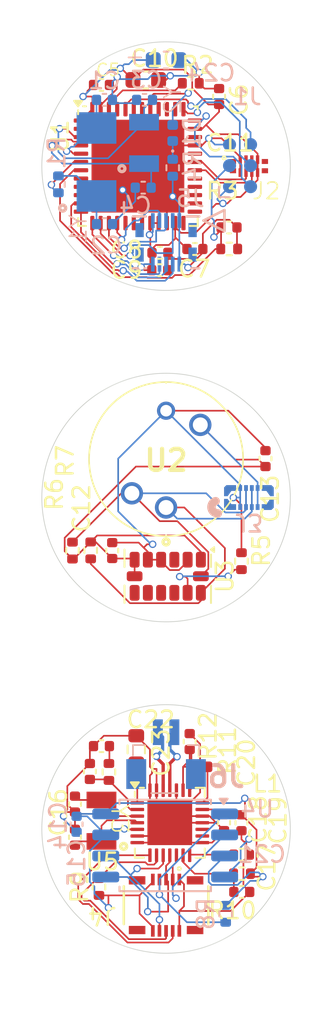
<source format=kicad_pcb>
(kicad_pcb (version 20241229) (generator "pcbnew") (generator_version "9.0")
  (layers (0 "F.Cu" signal) (2 "B.Cu" signal) (13 "F.Paste" user) (15 "B.Paste" user) (5 "F.SilkS" user "F.Silkscreen") (7 "B.SilkS" user "B.Silkscreen") (1 "F.Mask" user) (3 "B.Mask" user) (25 "Edge.Cuts" user))
  (net 0 "")
  (net 1 "Net-(U1-PF0)")
  (net 2 "GND")
  (net 3 "Net-(C2-Pad2)")
  (net 4 "Net-(U1-PC14)")
  (net 5 "Net-(U1-PC15)")
  (net 6 "+3.3V")
  (net 7 "/Processor/NRST")
  (net 8 "Net-(U5-XTAL_C2)")
  (net 9 "Net-(U5-XTAL_C1)")
  (net 10 "Net-(U5-RSTN)")
  (net 11 "Net-(U5-AVDD_1V)")
  (net 12 "Net-(U5-DVDD_1V8)")
  (net 13 "Net-(C22-Pad1)")
  (net 14 "Net-(U5-PLL_TUNE)")
  (net 15 "/Processor/LED_OUT")
  (net 16 "Net-(D1-K)")
  (net 17 "/Processor/SWO")
  (net 18 "/Processor/SWDIO")
  (net 19 "/Processor/SWCLK")
  (net 20 "Net-(U5-REG_OUT)")
  (net 21 "Net-(U1-PF1)")
  (net 22 "/Processor/BOOT0")
  (net 23 "Net-(U3-SDO{slash}ADDR)")
  (net 24 "Net-(U5-BIAS)")
  (net 43 "/MCU_I2C_SCL")
  (net 52 "/RF Transceiver/RFP")
  (net 55 "/RF Transceiver/RFN")
  (net 56 "/MCU_I2C_SDA")
  (net 57 "I2C_GND")
  (net 58 "I2C_VDD")
  (net 59 "/SEN_I2C_SDA")
  (net 60 "/SEN_I2C_SCL")
  (net 61 "/MCU_SPI_MOSI")
  (net 62 "/MCU_MEM_CS")
  (net 63 "/MCU_SPI_MISO")
  (net 64 "/MCU_RF_IRQ")
  (net 65 "/MCU_RF_CS")
  (net 66 "/MCU_SPI_SCK")
  (net 67 "SPI_GND")
  (net 68 "SPI_VDD")
  (net 69 "/SPI_MOSI")
  (net 70 "/MEM_CS")
  (net 71 "/SPI_MISO")
  (net 72 "/RF_IRQ")
  (net 73 "/RF_CS")
  (net 74 "/SPI_SCK")
  (footprint "Capacitor_SMD:C_0402_1005Metric" (layer "F.Cu") (at 104.55 114.625 -90)
    (property "Reference" "C19")
    (property "Value" "1u")
  )
  (footprint "Capacitor_SMD:C_0402_1005Metric" (layer "F.Cu") (at 103.5 114.62 -90)
    (property "Reference" "C18")
    (property "Value" "1u")
  )
  (footprint "Capacitor_SMD:C_0402_1005Metric" (layer "F.Cu") (at 106 92.65 90)
    (property "Reference" "C13")
    (property "Value" "100n")
  )
  (footprint "Resistor_SMD:R_0402_1005Metric" (layer "F.Cu") (at 104.58 117.7 180)
    (property "Reference" "R10")
    (property "Value" "390k")
  )
  (footprint "Capacitor_SMD:C_0402_1005Metric" (layer "F.Cu") (at 96.1 70.1)
    (property "Reference" "C5")
    (property "Value" "100n")
  )
  (footprint "Capacitor_SMD:C_0402_1005Metric" (layer "F.Cu") (at 99.62 81.28)
    (property "Reference" "C9")
    (property "Value" "1u")
  )
  (footprint "kjp_fplib:MLX90640" (layer "F.Cu") (at 100 95.6 90)
    (property "Reference" "U2")
    (property "Value" "MLX90640" (hide yes))
  )
  (footprint "Capacitor_SMD:C_0402_1005Metric" (layer "F.Cu") (at 101.425 109.725 90)
    (property "Reference" "C20")
    (property "Value" "1u")
  )
  (footprint "Resistor_SMD:R_0402_1005Metric" (layer "F.Cu") (at 104.55 98.84 -90)
    (property "Reference" "R5")
    (property "Value" "10k")
  )
  (footprint "Capacitor_SMD:C_0402_1005Metric" (layer "F.Cu") (at 104.57 118.8)
    (property "Reference" "C17")
    (property "Value" "100n")
  )
  (footprint "Capacitor_SMD:C_0402_1005Metric" (layer "F.Cu") (at 95.4 111.53 90)
    (property "Reference" "C23")
    (property "Value" "68p")
  )
  (footprint "kjp_fplib:CON_513389873" (layer "F.Cu") (at 100 119.6 180)
    (property "Reference" "J4")
    (property "Value" "513389873")
  )
  (footprint "Capacitor_SMD:C_0402_1005Metric" (layer "F.Cu") (at 96.75 98.2 90)
    (property "Reference" "C12")
    (property "Value" "100n")
  )
  (footprint "Capacitor_SMD:C_0603_1608Metric" (layer "F.Cu") (at 98.775 69.8)
    (property "Reference" "C10")
    (property "Value" "10u")
  )
  (footprint "Capacitor_SMD:C_0402_1005Metric" (layer "F.Cu") (at 96.1 110 180)
    (property "Reference" "C22")
    (property "Value" "680p")
  )
  (footprint "Package_DFN_QFN:QFN-28-1EP_4x4mm_P0.4mm_EP2.7x2.7mm" (layer "F.Cu") (at 100.225 114.625)
    (property "Reference" "U5")
    (property "Value" "SR1010")
  )
  (footprint "Capacitor_SMD:C_0402_1005Metric" (layer "F.Cu") (at 99.63 80.23)
    (property "Reference" "C8")
    (property "Value" "100n")
  )
  (footprint "Capacitor_SMD:C_0402_1005Metric" (layer "F.Cu") (at 104.55 116.55)
    (property "Reference" "C21")
    (property "Value" "100n")
  )
  (footprint "Capacitor_SMD:C_0402_1005Metric" (layer "F.Cu") (at 103.8 78.7)
    (property "Reference" "C11")
    (property "Value" "100n")
  )
  (footprint "Capacitor_SMD:C_0402_1005Metric" (layer "F.Cu") (at 94.5 115.5 90)
    (property "Reference" "C15")
    (property "Value" "10p")
  )
  (footprint "Resistor_SMD:R_0603_1608Metric" (layer "F.Cu") (at 98.2 110.2 90)
    (property "Reference" "R11")
    (property "Value" "2M2")
  )
  (footprint "Resistor_SMD:R_0402_1005Metric" (layer "F.Cu") (at 95.45 98.19 -90)
    (property "Reference" "R7")
    (property "Value" "10k")
  )
  (footprint "Capacitor_SMD:C_0402_1005Metric" (layer "F.Cu") (at 103.2 70.8 90)
    (property "Reference" "C6")
    (property "Value" "100n")
  )
  (footprint "Capacitor_SMD:C_0402_1005Metric" (layer "F.Cu") (at 101.74 80)
    (property "Reference" "C7")
    (property "Value" "100n")
  )
  (footprint "Resistor_SMD:R_0402_1005Metric" (layer "F.Cu") (at 94.35 98.2 90)
    (property "Reference" "R6")
    (property "Value" "10k")
  )
  (footprint "Resistor_SMD:R_0402_1005Metric" (layer "F.Cu") (at 95.95 118.5 90)
    (property "Reference" "R9")
    (property "Value" "10k")
  )
  (footprint "Resistor_SMD:R_0402_1005Metric" (layer "F.Cu") (at 103.81 80)
    (property "Reference" "R3")
    (property "Value" "0R")
  )
  (footprint "kjp_fplib:AXF6K0412A" (layer "F.Cu") (at 105 75)
    (property "Reference" "J2")
    (property "Value" "AXF6K0412A")
  )
  (footprint "Resistor_SMD:R_0402_1005Metric" (layer "F.Cu") (at 96.55 111.56 90)
    (property "Reference" "R12")
    (property "Value" "390k")
  )
  (footprint "Package_DFN_QFN:QFN-48-1EP_7x7mm_P0.5mm_EP5.6x5.6mm" (layer "F.Cu") (at 98.3 75)
    (property "Reference" "U1")
    (property "Value" "STM32G473CCUx")
  )
  (footprint "Capacitor_SMD:C_0402_1005Metric" (layer "F.Cu") (at 94.5 113.5 -90)
    (property "Reference" "C16")
    (property "Value" "10p")
  )
  (footprint "kjp_fplib:ABS07-120-32.768KHZ-T" (layer "F.Cu") (at 96.1 114.5 -90)
    (property "Reference" "Y3")
    (property "Value" "ABS07")
  )
  (footprint "Package_LGA:LGA-14_3x5mm_P0.8mm_LayoutBorder1x6y" (layer "F.Cu") (at 100.1 99.75 -90)
    (property "Reference" "U3")
    (property "Value" "ADXL343")
  )
  (footprint "Resistor_SMD:R_0402_1005Metric" (layer "F.Cu") (at 101.49 70)
    (property "Reference" "R2")
    (property "Value" "10k")
  )
  (footprint "Inductor_SMD:L_0402_1005Metric" (layer "F.Cu") (at 102.015 111.25)
    (property "Reference" "L1")
    (property "Value" "180n")
  )
  (footprint "kjp_fplib:ABM3-48.000MHZ-B2-T" (layer "B.Cu") (at 95.8 74.75 -90)
    (property "Reference" "Y1")
    (property "Value" "ABM3")
  )
  (footprint "kjp_fplib:CON_559099872" (layer "B.Cu") (at 100 79.6 180)
    (property "Reference" "J5")
    (property "Value" "559099872")
  )
  (footprint "Connector:Tag-Connect_TC2030-IDC-NL_2x03_P1.27mm_Vertical" (layer "B.Cu") (at 104.465 74.97 90)
    (property "Reference" "J1")
    (property "Value" "TC2030-NL")
  )
  (footprint "kjp_fplib:BM02BSRSSTBLFSN" (layer "B.Cu") (at 100 111 180)
    (property "Reference" "J6")
    (property "Value" "Conn_01x02_Pin" (hide yes))
  )
  (footprint "Resistor_SMD:R_0402_1005Metric" (layer "B.Cu") (at 100.4 75.1 -90)
    (property "Reference" "R4")
    (property "Value" "390R")
  )
  (footprint "Capacitor_SMD:C_0402_1005Metric" (layer "B.Cu") (at 96.28 78.5 180)
    (property "Reference" "C2")
    (property "Value" "16p")
  )
  (footprint "Resistor_SMD:R_0402_1005Metric" (layer "B.Cu") (at 103.5975 120.12 -90)
    (property "Reference" "R8")
    (property "Value" "10k")
  )
  (footprint "Capacitor_SMD:C_0603_1608Metric" (layer "B.Cu") (at 100 68.6)
    (property "Reference" "C24")
    (property "Value" "10u")
  )
  (footprint "Capacitor_SMD:C_0402_1005Metric" (layer "B.Cu") (at 98.62 76.3)
    (property "Reference" "C4")
    (property "Value" "2p")
  )
  (footprint "LED_SMD:LED_0402_1005Metric" (layer "B.Cu") (at 100.4 73 90)
    (property "Reference" "D1")
    (property "Value" "LED")
  )
  (footprint "Resistor_SMD:R_0402_1005Metric" (layer "B.Cu") (at 93.5 76.1 -90)
    (property "Reference" "R1")
    (property "Value" "390R")
  )
  (footprint "Capacitor_SMD:C_0402_1005Metric" (layer "B.Cu") (at 94.5975 114.715 -90)
    (property "Reference" "C14")
    (property "Value" "100n")
  )
  (footprint "Package_SO:SOIC-8_5.3x5.3mm_P1.27mm" (layer "B.Cu") (at 99.9475 115.995 180)
    (property "Reference" "U4")
    (property "Value" "W25Q16JVSS")
  )
  (footprint "kjp_fplib:AXF5K0412A" (layer "B.Cu") (at 105 95)
    (property "Reference" "J3")
    (property "Value" "AXF5K0412A")
  )
  (footprint "Capacitor_SMD:C_0402_1005Metric" (layer "B.Cu") (at 96.28 71 180)
    (property "Reference" "C1")
    (property "Value" "16p")
  )
  (footprint "Capacitor_SMD:C_0402_1005Metric" (layer "B.Cu") (at 98.7 71)
    (property "Reference" "C3")
    (property "Value" "2p")
  )
  (footprint "kjp_fplib:ABS07-120-32.768KHZ-T" (layer "B.Cu") (at 98.671772 73.6 -90)
    (property "Reference" "Y2")
    (property "Value" "ABS07")
  )
  (gr_circle (center 100 115) (end 107.5 115) (stroke (width 0.05)) (fill no) (layer "Edge.Cuts"))
  (gr_circle (center 100 95) (end 107.5 95) (stroke (width 0.05)) (fill no) (layer "Edge.Cuts"))
  (gr_circle (center 100 75) (end 107.5 75) (stroke (width 0.05)) (fill no) (layer "Edge.Cuts"))
  (gr_text "+" (at 98.8 68.95 0) (layer "B.SilkS") (effects (font (size 1 1) (thickness 0.1)) (justify left bottom mirror)))
  (segment (start 94 74.1) (end 94.25 74.1) (width 0.1) (layer "F.Cu") (net 1))
  (segment (start 94.25 74.1) (end 94.4 74.25) (width 0.1) (layer "F.Cu") (net 1))
  (segment (start 94.4 74.25) (end 94.8625 74.25) (width 0.1) (layer "F.Cu") (net 1))
  (via (at 94 74.1) (size 0.45) (drill 0.3) (layers "F.Cu" "B.Cu") (net 1))
  (segment (start 94.27 73.83) (end 94.42 73.83) (width 0.1) (layer "B.Cu") (net 1))
  (segment (start 94.42 73.83) (end 95.55 72.7) (width 0.1) (layer "B.Cu") (net 1))
  (segment (start 95.55 72.7) (end 95.8 72.7) (width 0.1) (layer "B.Cu") (net 1))
  (segment (start 94 74.1) (end 94.27 73.83) (width 0.1) (layer "B.Cu") (net 1))
  (segment (start 95.8 72.7) (end 95.8 71) (width 0.1) (layer "B.Cu") (net 1))
  (segment (start 104.28 78.7) (end 104.28 79.4) (width 0.1) (layer "F.Cu") (net 2))
  (segment (start 104.475 74.61) (end 104.475 74.45) (width 0.1) (layer "F.Cu") (net 2))
  (segment (start 96.05 72.75) (end 98.3 75) (width 0.1) (layer "F.Cu") (net 2))
  (segment (start 96.05 71.5625) (end 96.05 72.75) (width 0.1) (layer "F.Cu") (net 2))
  (segment (start 102.22 80) (end 102.22 80.22) (width 0.1) (layer "F.Cu") (net 2))
  (segment (start 103.055584 78.239) (end 103.819 78.239) (width 0.1) (layer "F.Cu") (net 2))
  (segment (start 104.475 74.45) (end 103.345 73.32) (width 0.1) (layer "F.Cu") (net 2))
  (segment (start 102.32 70.32) (end 102 70) (width 0.1) (layer "F.Cu") (net 2))
  (segment (start 99.55 73.75) (end 98.3 75) (width 0.1) (layer "F.Cu") (net 2))
  (segment (start 104.28 79.4) (end 104.28 79.96) (width 0.1) (layer "F.Cu") (net 2))
  (segment (start 103.2 70.32) (end 102.32 70.32) (width 0.1) (layer "F.Cu") (net 2))
  (segment (start 100.05 76.75) (end 98.3 75) (width 0.1) (layer "F.Cu") (net 2))
  (segment (start 100.1 80.6) (end 100.51 80.6) (width 0.1) (layer "F.Cu") (net 2))
  (segment (start 100.05 78.4375) (end 100.05 76.75) (width 0.1) (layer "F.Cu") (net 2))
  (segment (start 100.14 80.23) (end 100.51 80.6) (width 0.1) (layer "F.Cu") (net 2))
  (segment (start 99.999 69.8) (end 99.55 69.8) (width 0.1) (layer "F.Cu") (net 2))
  (segment (start 103.819 78.239) (end 104.28 78.7) (width 0.1) (layer "F.Cu") (net 2))
  (segment (start 102.16 73.75) (end 102.58 73.33) (width 0.1) (layer "F.Cu") (net 2))
  (segment (start 101.7375 73.75) (end 102.16 73.75) (width 0.1) (layer "F.Cu") (net 2))
  (segment (start 100.51 80.6) (end 101.62 80.6) (width 0.1) (layer "F.Cu") (net 2))
  (segment (start 104.475 75.39) (end 104.475 74.61) (width 0.1) (layer "F.Cu") (net 2))
  (segment (start 96.58 70.1) (end 96.58 70.09) (width 0.1) (layer "F.Cu") (net 2))
  (segment (start 101.62 80.6) (end 102.22 80) (width 0.1) (layer "F.Cu") (net 2))
  (segment (start 102.22 80.22) (end 101.32 81.12) (width 0.1) (layer "F.Cu") (net 2))
  (segment (start 97.021334 70.35) (end 96.05 71.321334) (width 0.1) (layer "F.Cu") (net 2))
  (segment (start 97.021334 69.648666) (end 97.05 69.62) (width 0.1) (layer "F.Cu") (net 2))
  (segment (start 103.345 73.32) (end 102.59 73.32) (width 0.1) (layer "F.Cu") (net 2))
  (segment (start 97.021334 70.35) (end 97.021334 69.648666) (width 0.1) (layer "F.Cu") (net 2))
  (segment (start 102 70) (end 102 69.35) (width 0.1) (layer "F.Cu") (net 2))
  (segment (start 96.58 70.09) (end 97.05 69.62) (width 0.1) (layer "F.Cu") (net 2))
  (segment (start 100.1 81.28) (end 100.1 80.6) (width 0.1) (layer "F.Cu") (net 2))
  (segment (start 100.25 69.549) (end 99.999 69.8) (width 0.1) (layer "F.Cu") (net 2))
  (segment (start 102.22 80) (end 102.22 79.074584) (width 0.1) (layer "F.Cu") (net 2))
  (segment (start 101.7375 73.75) (end 99.55 73.75) (width 0.1) (layer "F.Cu") (net 2))
  (segment (start 102.22 79.074584) (end 103.055584 78.239) (width 0.1) (layer "F.Cu") (net 2))
  (segment (start 96.05 71.321334) (end 96.05 71.5625) (width 0.1) (layer "F.Cu") (net 2))
  (segment (start 100.11 80.23) (end 100.14 80.23) (width 0.1) (layer "F.Cu") (net 2))
  (segment (start 104.28 79.96) (end 104.32 80) (width 0.1) (layer "F.Cu") (net 2))
  (segment (start 102.59 73.32) (end 102.58 73.33) (width 0.1) (layer "F.Cu") (net 2))
  (via (at 101.32 81.12) (size 0.45) (drill 0.3) (layers "F.Cu" "B.Cu") (net 2))
  (via (at 100.25 69.549) (size 0.45) (drill 0.3) (layers "F.Cu" "B.Cu") (net 2))
  (via (at 102 69.35) (size 0.45) (drill 0.3) (layers "F.Cu" "B.Cu") (net 2))
  (via (at 97.38 76.44) (size 0.45) (drill 0.3) (layers "F.Cu" "B.Cu") (net 2))
  (via (at 100.4 76.83) (size 0.45) (drill 0.3) (layers "F.Cu" "B.Cu") (net 2))
  (via (at 102.58 73.33) (size 0.45) (drill 0.3) (layers "F.Cu" "B.Cu") (net 2))
  (via (at 97.05 69.62) (size 0.45) (drill 0.3) (layers "F.Cu" "B.Cu") (net 2))
  (segment (start 103.83 73.7) (end 103.45 73.7) (width 0.1) (layer "B.Cu") (net 2))
  (segment (start 98.14 76.3) (end 98.14 77.12) (width 0.1) (layer "B.Cu") (net 2))
  (segment (start 96.96 71.2) (end 96.76 71) (width 0.1) (layer "B.Cu") (net 2))
  (segment (start 98.14 77.12) (end 97.645 77.615) (width 0.1) (layer "B.Cu") (net 2))
  (segment (start 97.18 69.75) (end 97.05 69.62) (width 0.1) (layer "B.Cu") (net 2))
  (segment (start 100.800001 80.914999) (end 101.114999 80.914999) (width 0.1) (layer "B.Cu") (net 2))
  (segment (start 101.25 68.6) (end 100.775 68.6) (width 0.1) (layer "B.Cu") (net 2))
  (segment (start 98.9 69.75) (end 97.18 69.75) (width 0.1) (layer "B.Cu") (net 2))
  (segment (start 98.22 71) (end 98.02 71.2) (width 0.1) (layer "B.Cu") (net 2))
  (segment (start 102 69.35) (end 101.25 68.6) (width 0.1) (layer "B.Cu") (net 2))
  (segment (start 98.02 71.2) (end 96.96 71.2) (width 0.1) (layer "B.Cu") (net 2))
  (segment (start 102.95 73.7) (end 102.58 73.33) (width 0.1) (layer "B.Cu") (net 2))
  (segment (start 100.800001 78.285001) (end 100.800001 77.230001) (width 0.1) (layer "B.Cu") (net 2))
  (segment (start 100.25 69.549) (end 99.101 69.549) (width 0.1) (layer "B.Cu") (net 2))
  (segment (start 100.800001 77.230001) (end 100.4 76.83) (width 0.1) (layer "B.Cu") (net 2))
  (segment (start 100.25 69.549) (end 101.801 69.549) (width 0.1) (layer "B.Cu") (net 2))
  (segment (start 97.38 76.44) (end 97.645 76.705) (width 0.1) (layer "B.Cu") (net 2))
  (segment (start 101.114999 80.914999) (end 101.32 81.12) (width 0.1) (layer "B.Cu") (net 2))
  (segment (start 97.645 77.615) (end 96.76 78.5) (width 0.1) (layer "B.Cu") (net 2))
  (segment (start 96.76 69.91) (end 96.76 71) (width 0.1) (layer "B.Cu") (net 2))
  (segment (start 101.801 69.549) (end 102 69.35) (width 0.1) (layer "B.Cu") (net 2))
  (segment (start 100.4 76.83) (end 100.4 75.61) (width 0.1) (layer "B.Cu") (net 2))
  (segment (start 100.800001 80.914999) (end 100.800001 78.285001) (width 0.1) (layer "B.Cu") (net 2))
  (segment (start 97.05 69.62) (end 96.76 69.91) (width 0.1) (layer "B.Cu") (net 2))
  (segment (start 103.83 73.7) (end 102.95 73.7) (width 0.1) (layer "B.Cu") (net 2))
  (segment (start 99.101 69.549) (end 98.9 69.75) (width 0.1) (layer "B.Cu") (net 2))
  (segment (start 97.645 76.705) (end 97.645 77.615) (width 0.1) (layer "B.Cu") (net 2))
  (segment (start 94.59 75.59) (end 95.8 76.8) (width 0.1) (layer "B.Cu") (net 3))
  (segment (start 93.5 75.59) (end 94.59 75.59) (width 0.1) (layer "B.Cu") (net 3))
  (segment (start 95.8 76.8) (end 95.8 78.5) (width 0.1) (layer "B.Cu") (net 3))
  (segment (start 93.57 72.74) (end 93.98 72.74) (width 0.1) (layer "F.Cu") (net 4))
  (segment (start 94.49 73.25) (end 94.8625 73.25) (width 0.1) (layer "F.Cu") (net 4))
  (segment (start 93.98 72.74) (end 94.49 73.25) (width 0.1) (layer "F.Cu") (net 4))
  (via (at 93.57 72.74) (size 0.45) (drill 0.3) (layers "F.Cu" "B.Cu") (net 4))
  (segment (start 93.885677 74.526) (end 96.495772 74.526) (width 0.1) (layer "B.Cu") (net 4))
  (segment (start 98.671772 72.35) (end 98.671772 71.508228) (width 0.1) (layer "B.Cu") (net 4))
  (segment (start 96.495772 74.526) (end 98.671772 72.35) (width 0.1) (layer "B.Cu") (net 4))
  (segment (start 93.57 72.74) (end 93.5 72.81) (width 0.1) (layer "B.Cu") (net 4))
  (segment (start 93.5 72.81) (end 93.5 74.140323) (width 0.1) (layer "B.Cu") (net 4))
  (segment (start 98.671772 71.508228) (end 99.18 71) (width 0.1) (layer "B.Cu") (net 4))
  (segment (start 93.5 74.140323) (end 93.885677 74.526) (width 0.1) (layer "B.Cu") (net 4))
  (segment (start 94.8625 73.75) (end 94.6385 73.526) (width 0.1) (layer "F.Cu") (net 5))
  (segment (start 94.397334 73.526) (end 94.274 73.402666) (width 0.1) (layer "F.Cu") (net 5))
  (segment (start 94.274 73.402666) (end 94.274 73.4) (width 0.1) (layer "F.Cu") (net 5))
  (segment (start 94.6385 73.526) (end 94.397334 73.526) (width 0.1) (layer "F.Cu") (net 5))
  (segment (start 93.485 73.4) (end 93.125 73.76) (width 0.1) (layer "F.Cu") (net 5))
  (segment (start 94.274 73.4) (end 93.485 73.4) (width 0.1) (layer "F.Cu") (net 5))
  (via (at 93.125 73.76) (size 0.45) (drill 0.3) (layers "F.Cu" "B.Cu") (net 5))
  (segment (start 93.125 73.76) (end 93.1 73.785) (width 0.1) (layer "B.Cu") (net 5))
  (segment (start 93.75 74.85) (end 98.671772 74.85) (width 0.1) (layer "B.Cu") (net 5))
  (segment (start 93.1 73.785) (end 93.1 74.2) (width 0.1) (layer "B.Cu") (net 5))
  (segment (start 99.1 75.278228) (end 98.671772 74.85) (width 0.1) (layer "B.Cu") (net 5))
  (segment (start 93.1 74.2) (end 93.75 74.85) (width 0.1) (layer "B.Cu") (net 5))
  (segment (start 99.1 76.3) (end 99.1 75.278228) (width 0.1) (layer "B.Cu") (net 5))
  (segment (start 97.3117 69.18) (end 97.38 69.18) (width 0.1) (layer "F.Cu") (net 6))
  (segment (start 99.05 79.09) (end 99 79.14) (width 0.1) (layer "F.Cu") (net 6))
  (segment (start 99 79.14) (end 99.05 79.19) (width 0.1) (layer "F.Cu") (net 6))
  (segment (start 98.689934 81.28) (end 98.499933 81.089999) (width 0.1) (layer "F.Cu") (net 6))
  (segment (start 103.025 77.275) (end 102.75 77.55) (width 0.1) (layer "F.Cu") (net 6))
  (segment (start 105.525 74.25) (end 104.3513 73.0763) (width 0.1) (layer "F.Cu") (net 6))
  (segment (start 104.495556 76.8637) (end 105.525 75.834256) (width 0.1) (layer "F.Cu") (net 6))
  (segment (start 97.38 69.18) (end 98 69.8) (width 0.1) (layer "F.Cu") (net 6))
  (segment (start 104.3513 73.0763) (end 102.9763 73.0763) (width 0.1) (layer "F.Cu") (net 6))
  (segment (start 103.7 77.25) (end 104.0863 76.8637) (width 0.1) (layer "F.Cu") (net 6))
  (segment (start 101.579 69.692792) (end 101.579 70.307208) (width 0.1) (layer "F.Cu") (net 6))
  (segment (start 101.774 79.026) (end 100.897334 79.026) (width 0.1) (layer "F.Cu") (net 6))
  (segment (start 105.525 75.834256) (end 105.525 75.39) (width 0.1) (layer "F.Cu") (net 6))
  (segment (start 94.99 70.8) (end 95.25 70.54) (width 0.1) (layer "F.Cu") (net 6))
  (segment (start 98.626 69.174) (end 101.060208 69.174) (width 0.1) (layer "F.Cu") (net 6))
  (segment (start 99.175 79.965) (end 99.14 80) (width 0.1) (layer "F.Cu") (net 6))
  (segment (start 100.55 78.678666) (end 100.55 78.4375) (width 0.1) (layer "F.Cu") (net 6))
  (segment (start 103.2 71.724999) (end 103.2 71.28) (width 0.1) (layer "F.Cu") (net 6))
  (segment (start 105.525 74.61) (end 105.525 74.25) (width 0.1) (layer "F.Cu") (net 6))
  (segment (start 103.43 77.25) (end 103.27 77.25) (width 0.1) (layer "F.Cu") (net 6))
  (segment (start 99.05 79.19) (end 99.05 81.19) (width 0.1) (layer "F.Cu") (net 6))
  (segment (start 94.8625 72.25) (end 95.55 71.5625) (width 0.1) (layer "F.Cu") (net 6))
  (segment (start 102.551792 71.28) (end 103.2 71.28) (width 0.1) (layer "F.Cu") (net 6))
  (segment (start 102.412499 72.512499) (end 103.2 71.724999) (width 0.1) (layer "F.Cu") (net 6))
  (segment (start 95.5 70.8) (end 95.55 70.85) (width 0.1) (layer "F.Cu") (net 6))
  (segment (start 99.14 80) (end 99.14 80.22) (width 0.1) (layer "F.Cu") (net 6))
  (segment (start 99.14 80.22) (end 99.15 80.23) (width 0.1) (layer "F.Cu") (net 6))
  (segment (start 99.05 81.19) (end 99.14 81.28) (width 0.1) (layer "F.Cu") (net 6))
  (segment (start 100.55 79.2) (end 100.55 79.38) (width 0.1) (layer "F.Cu") (net 6))
  (segment (start 102.75 77.55) (end 102.75 78.05) (width 0.1) (layer "F.Cu") (net 6))
  (segment (start 99.14 81.28) (end 98.689934 81.28) (width 0.1) (layer "F.Cu") (net 6))
  (segment (start 100.55 79.38) (end 100.17 79.76) (width 0.1) (layer "F.Cu") (net 6))
  (segment (start 100.897334 79.026) (end 100.55 78.678666) (width 0.1) (layer "F.Cu") (net 6))
  (segment (start 103.43 77.25) (end 103.7 77.25) (width 0.1) (layer "F.Cu") (net 6))
  (segment (start 100.55 79.29) (end 101.26 80) (width 0.1) (layer "F.Cu") (net 6))
  (segment (start 101.7375 72.75) (end 102.174999 72.75) (width 0.1) (layer "F.Cu") (net 6))
  (segment (start 99.55 78.4375) (end 99.05 78.4375) (width 0.1) (layer "F.Cu") (net 6))
  (segment (start 102.75 78.05) (end 101.774 79.026) (width 0.1) (layer "F.Cu") (net 6))
  (segment (start 102.174999 72.75) (end 102.412499 72.512499) (width 0.1) (layer "F.Cu") (net 6))
  (segment (start 99.05 78.4375) (end 99.05 79.09) (width 0.1) (layer "F.Cu") (net 6))
  (segment (start 99.185 79.965) (end 99.175 79.965) (width 0.1) (layer "F.Cu") (net 6))
  (segment (start 101.579 70.307208) (end 102.551792 71.28) (width 0.1) (layer "F.Cu") (net 6))
  (segment (start 100.55 78.4375) (end 100.55 79.2) (width 0.1) (layer "F.Cu") (net 6))
  (segment (start 99.39 79.76) (end 99.185 79.965) (width 0.1) (layer "F.Cu") (net 6))
  (segment (start 102.9763 73.0763) (end 102.412499 72.512499) (width 0.1) (layer "F.Cu") (net 6))
  (segment (start 95.25 70.54) (end 95.25 70.47) (width 0.1) (layer "F.Cu") (net 6))
  (segment (start 98 69.8) (end 98.626 69.174) (width 0.1) (layer "F.Cu") (net 6))
  (segment (start 97.233053 69.101353) (end 97.3117 69.18) (width 0.1) (layer "F.Cu") (net 6))
  (segment (start 103.245 77.275) (end 103.025 77.275) (width 0.1) (layer "F.Cu") (net 6))
  (segment (start 101.060208 69.174) (end 101.579 69.692792) (width 0.1) (layer "F.Cu") (net 6))
  (segment (start 95.55 70.85) (end 95.55 71.5625) (width 0.1) (layer "F.Cu") (net 6))
  (segment (start 103.27 77.25) (end 103.245 77.275) (width 0.1) (layer "F.Cu") (net 6))
  (segment (start 100.17 79.76) (end 99.39 79.76) (width 0.1) (layer "F.Cu") (net 6))
  (segment (start 94.99 70.8) (end 95.5 70.8) (width 0.1) (layer "F.Cu") (net 6))
  (segment (start 105.525 74.61) (end 105.525 75.39) (width 0.1) (layer "F.Cu") (net 6))
  (segment (start 100.55 79.2) (end 100.55 79.29) (width 0.1) (layer "F.Cu") (net 6))
  (segment (start 104.0863 76.8637) (end 104.495556 76.8637) (width 0.1) (layer "F.Cu") (net 6))
  (segment (start 95.25 70.47) (end 95.62 70.1) (width 0.1) (layer "F.Cu") (net 6))
  (via (at 97.233053 69.101353) (size 0.45) (drill 0.3) (layers "F.Cu" "B.Cu") (net 6))
  (via (at 98.499933 81.089999) (size 0.45) (drill 0.3) (layers "F.Cu" "B.Cu") (net 6))
  (via (at 94.99 70.8) (size 0.45) (drill 0.3) (layers "F.Cu" "B.Cu") (net 6))
  (via (at 103.43 77.25) (size 0.45) (drill 0.3) (layers "F.Cu" "B.Cu") (net 6))
  (via (at 99 79.14) (size 0.45) (drill 0.3) (layers "F.Cu" "B.Cu") (net 6))
  (segment (start 99.015 79.125) (end 99.05 79.125) (width 0.1) (layer "B.Cu") (net 6))
  (segment (start 99.199999 78.975001) (end 99.199999 78.285001) (width 0.1) (layer "B.Cu") (net 6))
  (segment (start 98 68.6) (end 99.225 68.6) (width 0.1) (layer "B.Cu") (net 6))
  (segment (start 103.1 77.025) (end 103.1 76.97) (width 0.1) (layer "B.Cu") (net 6))
  (segment (start 97.233053 69.101353) (end 97.484406 68.85) (width 0.1) (layer "B.Cu") (net 6))
  (segment (start 103.1 76.97) (end 103.83 76.24) (width 0.1) (layer "B.Cu") (net 6))
  (segment (start 98.499933 81.089999) (end 98.674933 80.914999) (width 0.1) (layer "B.Cu") (net 6))
  (segment (start 96.6 69.2) (end 95 70.8) (width 0.1) (layer "B.Cu") (net 6))
  (segment (start 99.05 79.125) (end 99.199999 78.975001) (width 0.1) (layer "B.Cu") (net 6))
  (segment (start 97.03 69.2) (end 96.6 69.2) (width 0.1) (layer "B.Cu") (net 6))
  (segment (start 97.233053 69.101353) (end 97.128647 69.101353) (width 0.1) (layer "B.Cu") (net 6))
  (segment (start 95 70.8) (end 94.99 70.8) (width 0.1) (layer "B.Cu") (net 6))
  (segment (start 103.325 77.25) (end 103.1 77.025) (width 0.1) (layer "B.Cu") (net 6))
  (segment (start 99 79.14) (end 99.015 79.125) (width 0.1) (layer "B.Cu") (net 6))
  (segment (start 103.43 77.25) (end 103.325 77.25) (width 0.1) (layer "B.Cu") (net 6))
  (segment (start 97.75 68.85) (end 98 68.6) (width 0.1) (layer "B.Cu") (net 6))
  (segment (start 97.128647 69.101353) (end 97.03 69.2) (width 0.1) (layer "B.Cu") (net 6))
  (segment (start 98.674933 80.914999) (end 99.199999 80.914999) (width 0.1) (layer "B.Cu") (net 6))
  (segment (start 97.484406 68.85) (end 97.75 68.85) (width 0.1) (layer "B.Cu") (net 6))
  (segment (start 100.531 81.574416) (end 101.405584 81.574416) (width 0.1) (layer "F.Cu") (net 7))
  (segment (start 97.02 81.47) (end 97.25 81.7) (width 0.1) (layer "F.Cu") (net 7))
  (segment (start 94.8625 75.25) (end 94.425001 75.25) (width 0.1) (layer "F.Cu") (net 7))
  (segment (start 98.834584 81.7) (end 98.875584 81.741) (width 0.1) (layer "F.Cu") (net 7))
  (segment (start 103.32 78.7) (end 103.32 79.98) (width 0.1) (layer "F.Cu") (net 7))
  (segment (start 94.425001 75.25) (end 93.6 76.075001) (width 0.1) (layer "F.Cu") (net 7))
  (segment (start 100.364416 81.741) (end 100.531 81.574416) (width 0.1) (layer "F.Cu") (net 7))
  (segment (start 103.32 79.98) (end 103.3 80) (width 0.1) (layer "F.Cu") (net 7))
  (segment (start 101.405584 81.574416) (end 102.98 80) (width 0.1) (layer "F.Cu") (net 7))
  (segment (start 93.6 78.29) (end 96.78 81.47) (width 0.1) (layer "F.Cu") (net 7))
  (segment (start 102.98 80) (end 103.3 80) (width 0.1) (layer "F.Cu") (net 7))
  (segment (start 103.32 78.85) (end 102.89 79.28) (width 0.1) (layer "F.Cu") (net 7))
  (segment (start 93.6 76.075001) (end 93.6 78.29) (width 0.1) (layer "F.Cu") (net 7))
  (segment (start 96.78 81.47) (end 97.02 81.47) (width 0.1) (layer "F.Cu") (net 7))
  (segment (start 98.875584 81.741) (end 100.364416 81.741) (width 0.1) (layer "F.Cu") (net 7))
  (segment (start 103.32 78.7) (end 103.32 78.85) (width 0.1) (layer "F.Cu") (net 7))
  (segment (start 97.25 81.7) (end 98.834584 81.7) (width 0.1) (layer "F.Cu") (net 7))
  (via (at 102.89 79.28) (size 0.45) (drill 0.3) (layers "F.Cu" "B.Cu") (net 7))
  (segment (start 102.75 76.05) (end 103.83 74.97) (width 0.1) (layer "B.Cu") (net 7))
  (segment (start 102.75 78.13) (end 102.75 76.05) (width 0.1) (layer "B.Cu") (net 7))
  (segment (start 102.89 79.28) (end 102.89 78.27) (width 0.1) (layer "B.Cu") (net 7))
  (segment (start 102.89 78.27) (end 102.75 78.13) (width 0.1) (layer "B.Cu") (net 7))
  (segment (start 98.1175 114.48) (end 96.43 114.48) (width 0.1) (layer "F.Cu") (net 8))
  (segment (start 94.73 115.75) (end 94.5 115.98) (width 0.1) (layer "F.Cu") (net 8))
  (segment (start 96.1 115.75) (end 94.73 115.75) (width 0.1) (layer "F.Cu") (net 8))
  (segment (start 96.1 114.81) (end 96.1 115.75) (width 0.1) (layer "F.Cu") (net 8))
  (segment (start 98.2625 114.625) (end 98.1175 114.48) (width 0.1) (layer "F.Cu") (net 8))
  (segment (start 96.43 114.48) (end 96.1 114.81) (width 0.1) (layer "F.Cu") (net 8))
  (segment (start 97.075 114.225) (end 96.1 113.25) (width 0.1) (layer "F.Cu") (net 9))
  (segment (start 94.73 113.25) (end 94.5 113.02) (width 0.1) (layer "F.Cu") (net 9))
  (segment (start 96.1 113.25) (end 94.73 113.25) (width 0.1) (layer "F.Cu") (net 9))
  (segment (start 98.2625 114.225) (end 97.075 114.225) (width 0.1) (layer "F.Cu") (net 9))
  (segment (start 101.025 117) (end 101.725 117.7) (width 0.1) (layer "F.Cu") (net 10))
  (segment (start 104.07 117.77) (end 104.09 117.79) (width 0.1) (layer "F.Cu") (net 10))
  (segment (start 101.725 117.7) (end 104.07 117.7) (width 0.1) (layer "F.Cu") (net 10))
  (segment (start 104.07 117.7) (end 104.07 117.77) (width 0.1) (layer "F.Cu") (net 10))
  (segment (start 101.025 116.5875) (end 101.025 117) (width 0.1) (layer "F.Cu") (net 10))
  (segment (start 104.09 117.79) (end 104.09 118.8) (width 0.1) (layer "F.Cu") (net 10))
  (segment (start 101.53 111.25) (end 101.53 112.5575) (width 0.1) (layer "F.Cu") (net 11))
  (segment (start 101.53 110.31) (end 101.425 110.205) (width 0.1) (layer "F.Cu") (net 11))
  (segment (start 101.53 111.25) (end 101.025 111.25) (width 0.1) (layer "F.Cu") (net 11))
  (segment (start 101.025 111.25) (end 101.025 112.6625) (width 0.1) (layer "F.Cu") (net 11))
  (segment (start 101.425 110.85) (end 101.425 110.205) (width 0.1) (layer "F.Cu") (net 11))
  (segment (start 101.53 112.5575) (end 101.425 112.6625) (width 0.1) (layer "F.Cu") (net 11))
  (segment (start 101.025 111.25) (end 101.425 110.85) (width 0.1) (layer "F.Cu") (net 11))
  (segment (start 101.53 111.25) (end 101.53 110.31) (width 0.1) (layer "F.Cu") (net 11))
  (segment (start 101.4625 116.55) (end 101.425 116.5875) (width 0.1) (layer "F.Cu") (net 12))
  (segment (start 104.07 116.55) (end 101.4625 116.55) (width 0.1) (layer "F.Cu") (net 12))
  (segment (start 96.58 110) (end 96.58 111.02) (width 0.1) (layer "F.Cu") (net 13))
  (segment (start 96.58 111.02) (end 96.55 111.05) (width 0.1) (layer "F.Cu") (net 13))
  (segment (start 96.55 112.07) (end 97.699 113.219) (width 0.1) (layer "F.Cu") (net 14))
  (segment (start 96.49 112.01) (end 96.55 112.07) (width 0.1) (layer "F.Cu") (net 14))
  (segment (start 95.4 112.01) (end 96.49 112.01) (width 0.1) (layer "F.Cu") (net 14))
  (segment (start 97.699 113.674) (end 97.85 113.825) (width 0.1) (layer "F.Cu") (net 14))
  (segment (start 97.85 113.825) (end 98.2625 113.825) (width 0.1) (layer "F.Cu") (net 14))
  (segment (start 97.699 113.219) (end 97.699 113.674) (width 0.1) (layer "F.Cu") (net 14))
  (segment (start 101.33629 70.594829) (end 101.33629 70.597917) (width 0.1) (layer "F.Cu") (net 15))
  (segment (start 99.25974 70.631) (end 98.92074 70.97) (width 0.1) (layer "F.Cu") (net 15))
  (segment (start 100.633256 70.631) (end 100.633257 70.631) (width 0.1) (layer "F.Cu") (net 15))
  (segment (start 101.33629 70.597917) (end 101.304207 70.63) (width 0.1) (layer "F.Cu") (net 15))
  (segment (start 98.92074 70.97) (end 97.901334 70.97) (width 0.1) (layer "F.Cu") (net 15))
  (segment (start 97.55 71.321334) (end 97.55 71.5625) (width 0.1) (layer "F.Cu") (net 15))
  (segment (start 101.304207 70.63) (end 100.634256 70.63) (width 0.1) (layer "F.Cu") (net 15))
  (segment (start 100.634256 70.63) (end 100.633256 70.631) (width 0.1) (layer "F.Cu") (net 15))
  (segment (start 100.633257 70.631) (end 99.25974 70.631) (width 0.1) (layer "F.Cu") (net 15))
  (segment (start 97.901334 70.97) (end 97.55 71.321334) (width 0.1) (layer "F.Cu") (net 15))
  (via (at 101.33629 70.594829) (size 0.45) (drill 0.3) (layers "F.Cu" "B.Cu") (net 15))
  (segment (start 101.33629 70.594829) (end 101.33629 70.597917) (width 0.1) (layer "B.Cu") (net 15))
  (segment (start 101.314207 70.62) (end 101.274584 70.62) (width 0.1) (layer "B.Cu") (net 15))
  (segment (start 100.4 71.494584) (end 100.4 72.515) (width 0.1) (layer "B.Cu") (net 15))
  (segment (start 101.274584 70.62) (end 100.4 71.494584) (width 0.1) (layer "B.Cu") (net 15))
  (segment (start 101.33629 70.597917) (end 101.314207 70.62) (width 0.1) (layer "B.Cu") (net 15))
  (segment (start 100.4 73.485) (end 100.4 74.59) (width 0.1) (layer "B.Cu") (net 16))
  (segment (start 101.326 71.097334) (end 101.31777 71.089104) (width 0.1) (layer "F.Cu") (net 17))
  (segment (start 101.31777 71.089104) (end 101.202666 70.974) (width 0.1) (layer "F.Cu") (net 17))
  (segment (start 99.201001 70.974) (end 99.05 71.125001) (width 0.1) (layer "F.Cu") (net 17))
  (segment (start 100.897334 70.974) (end 99.201001 70.974) (width 0.1) (layer "F.Cu") (net 17))
  (segment (start 101.326 71.198187) (end 101.326 71.097334) (width 0.1) (layer "F.Cu") (net 17))
  (segment (start 99.05 71.125001) (end 99.05 71.5625) (width 0.1) (layer "F.Cu") (net 17))
  (segment (start 101.5 71.372187) (end 101.326 71.198187) (width 0.1) (layer "F.Cu") (net 17))
  (segment (start 101.202666 70.974) (end 100.897334 70.974) (width 0.1) (layer "F.Cu") (net 17))
  (via (at 101.5 71.372187) (size 0.45) (drill 0.3) (layers "F.Cu" "B.Cu") (net 17))
  (segment (start 105.1 72.963006) (end 105.1 73.7) (width 0.1) (layer "B.Cu") (net 17))
  (segment (start 101.795744 71.37) (end 102.216744 70.949) (width 0.1) (layer "B.Cu") (net 17))
  (segment (start 101.5 71.372187) (end 101.502187 71.37) (width 0.1) (layer "B.Cu") (net 17))
  (segment (start 104.8347 72.697706) (end 105.1 72.963006) (width 0.1) (layer "B.Cu") (net 17))
  (segment (start 102.216744 70.949) (end 103.599 70.949) (width 0.1) (layer "B.Cu") (net 17))
  (segment (start 101.502187 71.37) (end 101.795744 71.37) (width 0.1) (layer "B.Cu") (net 17))
  (segment (start 104.8347 72.1847) (end 104.8347 72.697706) (width 0.1) (layer "B.Cu") (net 17))
  (segment (start 103.599 70.949) (end 104.8347 72.1847) (width 0.1) (layer "B.Cu") (net 17))
  (segment (start 102.144668 72.25) (end 102.417334 71.977334) (width 0.1) (layer "F.Cu") (net 18))
  (segment (start 101.7375 72.25) (end 102.144668 72.25) (width 0.1) (layer "F.Cu") (net 18))
  (via (at 102.417334 71.977334) (size 0.45) (drill 0.3) (layers "F.Cu" "B.Cu") (net 18))
  (segment (start 101.7375 72.657168) (end 101.7375 73.5375) (width 0.1) (layer "B.Cu") (net 18))
  (segment (start 102.6253 74.4253) (end 104.055623 74.4253) (width 0.1) (layer "B.Cu") (net 18))
  (segment (start 101.7375 73.5375) (end 102.6253 74.4253) (width 0.1) (layer "B.Cu") (net 18))
  (segment (start 104.5553 75.6953) (end 105.1 76.24) (width 0.1) (layer "B.Cu") (net 18))
  (segment (start 104.055623 74.4253) (end 104.5553 74.924977) (width 0.1) (layer "B.Cu") (net 18))
  (segment (start 102.417334 71.977334) (end 101.7375 72.657168) (width 0.1) (layer "B.Cu") (net 18))
  (segment (start 104.5553 74.924977) (end 104.5553 75.6953) (width 0.1) (layer "B.Cu") (net 18))
  (segment (start 101.89 71.76) (end 101.83 71.82) (width 0.1) (layer "F.Cu") (net 19))
  (segment (start 101.83 71.82) (end 101.3075 71.82) (width 0.1) (layer "F.Cu") (net 19))
  (segment (start 101.3075 71.82) (end 101.05 71.5625) (width 0.1) (layer "F.Cu") (net 19))
  (via (at 101.89 71.76) (size 0.45) (drill 0.3) (layers "F.Cu" "B.Cu") (net 19))
  (segment (start 101.89 71.76) (end 101.89 71.56) (width 0.1) (layer "B.Cu") (net 19))
  (segment (start 102.3 71.15) (end 103.3 71.15) (width 0.1) (layer "B.Cu") (net 19))
  (segment (start 104.45 74.32) (end 105.1 74.97) (width 0.1) (layer "B.Cu") (net 19))
  (segment (start 101.89 71.56) (end 102.3 71.15) (width 0.1) (layer "B.Cu") (net 19))
  (segment (start 104.45 72.3) (end 104.45 74.32) (width 0.1) (layer "B.Cu") (net 19))
  (segment (start 103.3 71.15) (end 104.45 72.3) (width 0.1) (layer "B.Cu") (net 19))
  (segment (start 102.5 111.25) (end 102.5 113.1125) (width 0.1) (layer "F.Cu") (net 20))
  (segment (start 102.5 113.1125) (end 102.1875 113.425) (width 0.1) (layer "F.Cu") (net 20))
  (segment (start 93.078968 76.120526) (end 93.169474 76.120526) (width 0.1) (layer "F.Cu") (net 21))
  (segment (start 93.307499 75.862501) (end 93.3125 75.862501) (width 0.1) (layer "F.Cu") (net 21))
  (segment (start 93.205 75.965) (end 93.307499 75.862501) (width 0.1) (layer "F.Cu") (net 21))
  (segment (start 93.169474 76.120526) (end 93.205 76.085) (width 0.1) (layer "F.Cu") (net 21))
  (segment (start 94.425001 74.75) (end 94.8625 74.75) (width 0.1) (layer "F.Cu") (net 21))
  (segment (start 93.3125 75.862501) (end 94.425001 74.75) (width 0.1) (layer "F.Cu") (net 21))
  (segment (start 93.205 76.085) (end 93.205 75.965) (width 0.1) (layer "F.Cu") (net 21))
  (via (at 93.078968 76.120526) (size 0.45) (drill 0.3) (layers "F.Cu" "B.Cu") (net 21))
  (segment (start 93.2525 76.4225) (end 93.3125 76.4225) (width 0.1) (layer "B.Cu") (net 21))
  (segment (start 93.3125 76.4225) (end 93.5 76.61) (width 0.1) (layer "B.Cu") (net 21))
  (segment (start 93.078968 76.248968) (end 93.2525 76.4225) (width 0.1) (layer "B.Cu") (net 21))
  (segment (start 93.078968 76.120526) (end 93.078968 76.248968) (width 0.1) (layer "B.Cu") (net 21))
  (segment (start 97.381677 70.43) (end 100.55 70.43) (width 0.1) (layer "F.Cu") (net 22))
  (segment (start 96.55 71.5625) (end 96.55 71.261677) (width 0.1) (layer "F.Cu") (net 22))
  (segment (start 96.55 71.261677) (end 97.381677 70.43) (width 0.1) (layer "F.Cu") (net 22))
  (segment (start 100.55 70.43) (end 100.98 70) (width 0.1) (layer "F.Cu") (net 22))
  (segment (start 101.3 99.9) (end 101.3 100.75) (width 0.1) (layer "F.Cu") (net 23))
  (segment (start 103.75 99.75) (end 104.15 99.35) (width 0.1) (layer "F.Cu") (net 23))
  (segment (start 104.15 99.35) (end 104.55 99.35) (width 0.1) (layer "F.Cu") (net 23))
  (segment (start 100.82 99.77) (end 101.17 99.77) (width 0.1) (layer "F.Cu") (net 23))
  (segment (start 101.17 99.77) (end 101.3 99.9) (width 0.1) (layer "F.Cu") (net 23))
  (via (at 103.75 99.75) (size 0.45) (drill 0.3) (layers "F.Cu" "B.Cu") (net 23))
  (via (at 100.82 99.77) (size 0.45) (drill 0.3) (layers "F.Cu" "B.Cu") (net 23))
  (segment (start 103.75 99.75) (end 100.84 99.75) (width 0.1) (layer "B.Cu") (net 23))
  (segment (start 100.84 99.75) (end 100.82 99.77) (width 0.1) (layer "B.Cu") (net 23))
  (segment (start 98.2625 111.0875) (end 98.2 111.025) (width 0.1) (layer "F.Cu") (net 24))
  (segment (start 98.2625 113.425) (end 98.2625 111.0875) (width 0.1) (layer "F.Cu") (net 24))
  (segment (start 104.775 75.8) (end 103.224999 75.8) (width 0.1) (layer "F.Cu") (net 43))
  (segment (start 102.174999 74.75) (end 101.7375 74.75) (width 0.1) (layer "F.Cu") (net 43))
  (segment (start 104.825 75.75) (end 104.775 75.8) (width 0.1) (layer "F.Cu") (net 43))
  (segment (start 104.825 75.39) (end 104.825 75.75) (width 0.1) (layer "F.Cu") (net 43))
  (segment (start 104.825 74.61) (end 104.825 75.39) (width 0.1) (layer "F.Cu") (net 43))
  (segment (start 103.224999 75.8) (end 102.174999 74.75) (width 0.1) (layer "F.Cu") (net 43))
  (segment (start 99.39 110.65) (end 99.39 110.66) (width 0.2) (layer "F.Cu") (net 52))
  (segment (start 99.39 110.66) (end 99.825 111.095) (width 0.2) (layer "F.Cu") (net 52))
  (segment (start 99.42 110.62) (end 99.39 110.65) (width 0.2) (layer "F.Cu") (net 52))
  (segment (start 99.825 111.095) (end 99.825 112.6625) (width 0.2) (layer "F.Cu") (net 52))
  (via (at 99.42 110.62) (size 0.45) (drill 0.3) (layers "F.Cu" "B.Cu") (net 52))
  (segment (start 99.79 110.24) (end 99.79 109.453) (width 0.2) (layer "B.Cu") (net 52))
  (segment (start 99.42 110.61) (end 99.79 110.24) (width 0.2) (layer "B.Cu") (net 52))
  (segment (start 99.42 110.62) (end 99.42 110.61) (width 0.2) (layer "B.Cu") (net 52))
  (segment (start 99.79 109.453) (end 99.5 109.163) (width 0.2) (layer "B.Cu") (net 52))
  (segment (start 100.63 110.64) (end 100.225 111.045) (width 0.2) (layer "F.Cu") (net 55))
  (segment (start 100.66 110.64) (end 100.63 110.64) (width 0.2) (layer "F.Cu") (net 55))
  (segment (start 100.225 111.045) (end 100.225 112.6625) (width 0.2) (layer "F.Cu") (net 55))
  (via (at 100.66 110.64) (size 0.45) (drill 0.3) (layers "F.Cu" "B.Cu") (net 55))
  (segment (start 100.23 109.433) (end 100.5 109.163) (width 0.2) (layer "B.Cu") (net 55))
  (segment (start 100.23 110.21) (end 100.23 109.433) (width 0.2) (layer "B.Cu") (net 55))
  (segment (start 100.66 110.64) (end 100.23 110.21) (width 0.2) (layer "B.Cu") (net 55))
  (segment (start 105.175 75.9) (end 105.175 75.39) (width 0.1) (layer "F.Cu") (net 56))
  (segment (start 103.141743 76.001) (end 105.074 76.001) (width 0.1) (layer "F.Cu") (net 56))
  (segment (start 101.7375 75.25) (end 102.390743 75.25) (width 0.1) (layer "F.Cu") (net 56))
  (segment (start 105.074 76.001) (end 105.175 75.9) (width 0.1) (layer "F.Cu") (net 56))
  (segment (start 102.390743 75.25) (end 103.141743 76.001) (width 0.1) (layer "F.Cu") (net 56))
  (segment (start 105.175 75.39) (end 105.175 74.61) (width 0.1) (layer "F.Cu") (net 56))
  (segment (start 106 92.17) (end 106 92) (width 0.1) (layer "F.Cu") (net 57))
  (segment (start 106 92) (end 103.76 89.76) (width 0.1) (layer "F.Cu") (net 57))
  (segment (start 100.778836 99.376) (end 100.221164 99.376) (width 0.1) (layer "F.Cu") (net 57))
  (segment (start 96.75 97.72) (end 98.344999 97.72) (width 0.1) (layer "F.Cu") (net 57))
  (segment (start 100.221164 99.376) (end 99.7 98.854836) (width 0.1) (layer "F.Cu") (net 57))
  (segment (start 98.9 98.275001) (end 98.9 98.75) (width 0.1) (layer "F.Cu") (net 57))
  (segment (start 98.649999 98.025001) (end 98.9 98.275001) (width 0.1) (layer "F.Cu") (net 57))
  (segment (start 103.76 89.76) (end 100 89.76) (width 0.1) (layer "F.Cu") (net 57))
  (segment (start 98.344999 97.72) (end 98.649999 98.025001) (width 0.1) (layer "F.Cu") (net 57))
  (segment (start 101.3 98.75) (end 101.3 98.854836) (width 0.1) (layer "F.Cu") (net 57))
  (segment (start 104.0599 95.003004) (end 104.103004 95.003004) (width 0.1) (layer "F.Cu") (net 57))
  (segment (start 104.55 95.45) (end 104.55 98.33) (width 0.1) (layer "F.Cu") (net 57))
  (segment (start 101.3 98.854836) (end 100.778836 99.376) (width 0.1) (layer "F.Cu") (net 57))
  (segment (start 98.855 97.82) (end 98.649999 98.025001) (width 0.1) (layer "F.Cu") (net 57))
  (segment (start 99.7 98.75) (end 98.9 98.75) (width 0.1) (layer "F.Cu") (net 57))
  (segment (start 99.7 98.854836) (end 99.7 98.75) (width 0.1) (layer "F.Cu") (net 57))
  (segment (start 104.103004 95.003004) (end 104.55 95.45) (width 0.1) (layer "F.Cu") (net 57))
  (segment (start 99.19 97.82) (end 98.855 97.82) (width 0.1) (layer "F.Cu") (net 57))
  (via (at 104.0599 95.003004) (size 0.45) (drill 0.3) (layers "F.Cu" "B.Cu") (net 57))
  (via (at 99.19 97.82) (size 0.45) (drill 0.3) (layers "F.Cu" "B.Cu") (net 57))
  (segment (start 97.109 95.834) (end 97.109 92.651) (width 0.1) (layer "B.Cu") (net 57))
  (segment (start 104.475 95) (end 104.475 95.575) (width 0.1) (layer "B.Cu") (net 57))
  (segment (start 104.0599 95.003004) (end 104.062904 95) (width 0.1) (layer "B.Cu") (net 57))
  (segment (start 100 89.76) (end 104.475 94.235) (width 0.1) (layer "B.Cu") (net 57))
  (segment (start 99.19 97.82) (end 99.095 97.82) (width 0.1) (layer "B.Cu") (net 57))
  (segment (start 99.095 97.82) (end 97.109 95.834) (width 0.1) (layer "B.Cu") (net 57))
  (segment (start 104.062904 95) (end 104.475 95) (width 0.1) (layer "B.Cu") (net 57))
  (segment (start 104.475 94.235) (end 104.475 94.425) (width 0.1) (layer "B.Cu") (net 57))
  (segment (start 104.475 94.425) (end 104.475 95) (width 0.1) (layer "B.Cu") (net 57))
  (segment (start 97.109 92.651) (end 100 89.76) (width 0.1) (layer "B.Cu") (net 57))
  (segment (start 98.181792 93.13) (end 93.879 97.432792) (width 0.1) (layer "F.Cu") (net 58))
  (segment (start 94.35 98.71) (end 94.42 98.71) (width 0.1) (layer "F.Cu") (net 58))
  (segment (start 95.841 97.289) (end 95.45 97.68) (width 0.1) (layer "F.Cu") (net 58))
  (segment (start 96.75 98.68) (end 98.03 98.68) (width 0.1) (layer "F.Cu") (net 58))
  (segment (start 102.1 98.275001) (end 101.113999 97.289) (width 0.1) (layer "F.Cu") (net 58))
  (segment (start 98.1 98.75) (end 98.1 99.75) (width 0.1) (layer "F.Cu") (net 58))
  (segment (start 104.16 92.71) (end 102.065 90.615) (width 0.1) (layer "F.Cu") (net 58))
  (segment (start 93.879 98.239) (end 94.35 98.71) (width 0.1) (layer "F.Cu") (net 58))
  (segment (start 102.1 98.75) (end 102.1 98.275001) (width 0.1) (layer "F.Cu") (net 58))
  (segment (start 95.75 97.68) (end 96.75 98.68) (width 0.1) (layer "F.Cu") (net 58))
  (segment (start 101.113999 97.289) (end 95.841 97.289) (width 0.1) (layer "F.Cu") (net 58))
  (segment (start 94.42 98.71) (end 95.45 97.68) (width 0.1) (layer "F.Cu") (net 58))
  (segment (start 105.58 92.71) (end 104.16 92.71) (width 0.1) (layer "F.Cu") (net 58))
  (segment (start 106 93.13) (end 105.58 92.71) (width 0.1) (layer "F.Cu") (net 58))
  (segment (start 98.03 98.68) (end 98.1 98.75) (width 0.1) (layer "F.Cu") (net 58))
  (segment (start 95.45 97.68) (end 95.75 97.68) (width 0.1) (layer "F.Cu") (net 58))
  (segment (start 106 93.13) (end 98.181792 93.13) (width 0.1) (layer "F.Cu") (net 58))
  (segment (start 93.879 97.432792) (end 93.879 98.239) (width 0.1) (layer "F.Cu") (net 58))
  (segment (start 105.525 94.425) (end 105.525 95.575) (width 0.1) (layer "B.Cu") (net 58))
  (segment (start 105.525 94.075) (end 105.525 94.425) (width 0.1) (layer "B.Cu") (net 58))
  (segment (start 102.065 90.615) (end 105.525 94.075) (width 0.1) (layer "B.Cu") (net 58))
  (segment (start 101.1 95.6) (end 100 95.6) (width 0.1) (layer "F.Cu") (net 59))
  (segment (start 95.45 98.7) (end 95.45 99.004836) (width 0.1) (layer "F.Cu") (net 59))
  (segment (start 101.948999 101.376) (end 102.1 101.224999) (width 0.1) (layer "F.Cu") (net 59))
  (segment (start 103.55 98.05) (end 101.1 95.6) (width 0.1) (layer "F.Cu") (net 59))
  (segment (start 102.1 100.75) (end 103.55 99.3) (width 0.1) (layer "F.Cu") (net 59))
  (segment (start 103.55 99.3) (end 103.55 98.05) (width 0.1) (layer "F.Cu") (net 59))
  (segment (start 95.45 99.004836) (end 97.821164 101.376) (width 0.1) (layer "F.Cu") (net 59))
  (segment (start 102.1 101.224999) (end 102.1 100.75) (width 0.1) (layer "F.Cu") (net 59))
  (segment (start 97.821164 101.376) (end 101.948999 101.376) (width 0.1) (layer "F.Cu") (net 59))
  (segment (start 100.675 96.275) (end 104.750001 96.275) (width 0.1) (layer "B.Cu") (net 59))
  (segment (start 105.175001 94.425) (end 105.175001 95.575) (width 0.1) (layer "B.Cu") (net 59))
  (segment (start 105.175001 95.85) (end 105.175001 95.575) (width 0.1) (layer "B.Cu") (net 59))
  (segment (start 100 95.6) (end 100.675 96.275) (width 0.1) (layer "B.Cu") (net 59))
  (segment (start 104.750001 96.275) (end 105.175001 95.85) (width 0.1) (layer "B.Cu") (net 59))
  (segment (start 102.1 99.75) (end 102.551 99.299) (width 0.1) (layer "F.Cu") (net 60))
  (segment (start 100.680836 96.426) (end 99.616 96.426) (width 0.1) (layer "F.Cu") (net 60))
  (segment (start 94.35 97.69) (end 97.295 94.745) (width 0.1) (layer "F.Cu") (net 60))
  (segment (start 102.551 99.299) (end 102.551 98.296164) (width 0.1) (layer "F.Cu") (net 60))
  (segment (start 97.295 94.745) (end 97.935 94.745) (width 0.1) (layer "F.Cu") (net 60))
  (segment (start 99.616 96.426) (end 97.935 94.745) (width 0.1) (layer "F.Cu") (net 60))
  (segment (start 102.551 98.296164) (end 100.680836 96.426) (width 0.1) (layer "F.Cu") (net 60))
  (segment (start 104.824999 95.734002) (end 104.824999 95.575) (width 0.1) (layer "B.Cu") (net 60))
  (segment (start 104.658001 95.901) (end 104.824999 95.734002) (width 0.1) (layer "B.Cu") (net 60))
  (segment (start 97.935 94.745) (end 102.421451 94.745) (width 0.1) (layer "B.Cu") (net 60))
  (segment (start 102.421451 94.745) (end 103.577451 95.901) (width 0.1) (layer "B.Cu") (net 60))
  (segment (start 103.577451 95.901) (end 104.658001 95.901) (width 0.1) (layer "B.Cu") (net 60))
  (segment (start 104.824999 94.425) (end 104.824999 95.575) (width 0.1) (layer "B.Cu") (net 60))
  (segment (start 97.225522 79.961266) (end 96.848704 79.584448) (width 0.1) (layer "F.Cu") (net 61))
  (segment (start 96.55 79.285744) (end 96.55 78.4375) (width 0.1) (layer "F.Cu") (net 61))
  (segment (start 97.471597 79.961266) (end 97.225522 79.961266) (width 0.1) (layer "F.Cu") (net 61))
  (segment (start 96.848704 79.584448) (end 96.55 79.285744) (width 0.1) (layer "F.Cu") (net 61))
  (via (at 97.471597 79.961266) (size 0.45) (drill 0.3) (layers "F.Cu" "B.Cu") (net 61))
  (segment (start 99.400999 78.89) (end 99.894677 78.89) (width 0.1) (layer "B.Cu") (net 61))
  (segment (start 99.894677 78.89) (end 99.935677 78.849) (width 0.1) (layer "B.Cu") (net 61))
  (segment (start 99.935677 78.849) (end 99.9385 78.849) (width 0.1) (layer "B.Cu") (net 61))
  (segment (start 97.471597 79.961266) (end 97.872863 79.56) (width 0.1) (layer "B.Cu") (net 61))
  (segment (start 100 78.7875) (end 100 78.285001) (width 0.1) (layer "B.Cu") (net 61))
  (segment (start 99.9385 78.849) (end 100 78.7875) (width 0.1) (layer "B.Cu") (net 61))
  (segment (start 97.872863 79.56) (end 99.400999 79.56) (width 0.1) (layer "B.Cu") (net 61))
  (segment (start 99.400999 79.56) (end 99.400999 78.89) (width 0.1) (layer "B.Cu") (net 61))
  (segment (start 97.05 79.01) (end 97.05 78.4375) (width 0.1) (layer "F.Cu") (net 62))
  (segment (start 97.312549 79.272549) (end 97.05 79.01) (width 0.1) (layer "F.Cu") (net 62))
  (segment (start 97.312549 79.434762) (end 97.312549 79.272549) (width 0.1) (layer "F.Cu") (net 62))
  (via (at 97.312549 79.434762) (size 0.45) (drill 0.3) (layers "F.Cu" "B.Cu") (net 62))
  (segment (start 97.564136 79.155864) (end 97.564136 78.785864) (width 0.1) (layer "B.Cu") (net 62))
  (segment (start 99.600001 77.786001) (end 99.600001 78.285001) (width 0.1) (layer "B.Cu") (net 62))
  (segment (start 99.498001 77.684001) (end 99.600001 77.786001) (width 0.1) (layer "B.Cu") (net 62))
  (segment (start 98.339 78.284) (end 98.938999 77.684001) (width 0.1) (layer "B.Cu") (net 62))
  (segment (start 98.066 78.284) (end 98.339 78.284) (width 0.1) (layer "B.Cu") (net 62))
  (segment (start 97.564136 78.785864) (end 98.066 78.284) (width 0.1) (layer "B.Cu") (net 62))
  (segment (start 98.938999 77.684001) (end 99.498001 77.684001) (width 0.1) (layer "B.Cu") (net 62))
  (segment (start 97.312549 79.434762) (end 97.312549 79.407451) (width 0.1) (layer "B.Cu") (net 62))
  (segment (start 97.312549 79.407451) (end 97.564136 79.155864) (width 0.1) (layer "B.Cu") (net 62))
  (segment (start 97.378683 80.398683) (end 96.05 79.07) (width 0.1) (layer "F.Cu") (net 63))
  (segment (start 97.825002 80.398683) (end 97.378683 80.398683) (width 0.1) (layer "F.Cu") (net 63))
  (segment (start 96.05 79.07) (end 96.05 78.4375) (width 0.1) (layer "F.Cu") (net 63))
  (via (at 97.825002 80.398683) (size 0.45) (drill 0.3) (layers "F.Cu" "B.Cu") (net 63))
  (segment (start 99.45 80.25) (end 100.399999 80.25) (width 0.1) (layer "B.Cu") (net 63))
  (segment (start 98.964 79.764) (end 99.45 80.25) (width 0.1) (layer "B.Cu") (net 63))
  (segment (start 97.999003 80.224682) (end 97.999003 79.764) (width 0.1) (layer "B.Cu") (net 63))
  (segment (start 97.825002 80.398683) (end 97.999003 80.224682) (width 0.1) (layer "B.Cu") (net 63))
  (segment (start 100.399999 80.25) (end 100.399999 78.285001) (width 0.1) (layer "B.Cu") (net 63))
  (segment (start 97.999003 79.764) (end 98.964 79.764) (width 0.1) (layer "B.Cu") (net 63))
  (segment (start 97.103257 81.269) (end 97.103256 81.269) (width 0.1) (layer "F.Cu") (net 64))
  (segment (start 97.145542 81.311285) (end 97.103257 81.269) (width 0.1) (layer "F.Cu") (net 64))
  (segment (start 94.274 78.679744) (end 94.274 77.401001) (width 0.1) (layer "F.Cu") (net 64))
  (segment (start 94.425001 77.25) (end 94.8625 77.25) (width 0.1) (layer "F.Cu") (net 64))
  (segment (start 96.936744 81.269) (end 96.863256 81.269) (width 0.1) (layer "F.Cu") (net 64))
  (segment (start 97.103256 81.269) (end 96.936744 81.269) (width 0.1) (layer "F.Cu") (net 64))
  (segment (start 97.413758 81.311285) (end 97.145542 81.311285) (width 0.1) (layer "F.Cu") (net 64))
  (segment (start 96.863256 81.269) (end 94.274 78.679744) (width 0.1) (layer "F.Cu") (net 64))
  (segment (start 94.274 77.401001) (end 94.425001 77.25) (width 0.1) (layer "F.Cu") (net 64))
  (via (at 97.413758 81.311285) (size 0.45) (drill 0.3) (layers "F.Cu" "B.Cu") (net 64))
  (segment (start 97.413758 81.311285) (end 97.462473 81.36) (width 0.1) (layer "B.Cu") (net 64))
  (segment (start 97.462473 81.36) (end 97.67109 81.36) (width 0.1) (layer "B.Cu") (net 64))
  (segment (start 97.67109 81.36) (end 98.229089 81.917999) (width 0.1) (layer "B.Cu") (net 64))
  (segment (start 98.229089 81.917999) (end 99.946999 81.917999) (width 0.1) (layer "B.Cu") (net 64))
  (segment (start 100.399999 81.464999) (end 100.399999 80.914999) (width 0.1) (layer "B.Cu") (net 64))
  (segment (start 99.946999 81.917999) (end 100.399999 81.464999) (width 0.1) (layer "B.Cu") (net 64))
  (segment (start 96.772512 80.894) (end 94.8625 78.983988) (width 0.1) (layer "F.Cu") (net 65))
  (segment (start 94.8625 78.983988) (end 94.8625 77.75) (width 0.1) (layer "F.Cu") (net 65))
  (segment (start 97.045454 80.894) (end 96.772512 80.894) (width 0.1) (layer "F.Cu") (net 65))
  (via (at 97.045454 80.894) (size 0.45) (drill 0.3) (layers "F.Cu" "B.Cu") (net 65))
  (segment (start 97.789758 81.194412) (end 97.789758 81.194411) (width 0.1) (layer "B.Cu") (net 65))
  (segment (start 100 81.349257) (end 100 80.914999) (width 0.1) (layer "B.Cu") (net 65))
  (segment (start 97.789758 81.15554) (end 97.789758 81.194412) (width 0.1) (layer "B.Cu") (net 65))
  (segment (start 97.081454 80.93) (end 97.564218 80.93) (width 0.1) (layer "B.Cu") (net 65))
  (segment (start 99.632258 81.716999) (end 100 81.349257) (width 0.1) (layer "B.Cu") (net 65))
  (segment (start 97.564218 80.93) (end 97.789758 81.15554) (width 0.1) (layer "B.Cu") (net 65))
  (segment (start 97.045454 80.894) (end 97.081454 80.93) (width 0.1) (layer "B.Cu") (net 65))
  (segment (start 97.789758 81.194411) (end 98.312345 81.716999) (width 0.1) (layer "B.Cu") (net 65))
  (segment (start 98.312345 81.716999) (end 99.632258 81.716999) (width 0.1) (layer "B.Cu") (net 65))
  (segment (start 96.806823 80.386823) (end 95.55 79.13) (width 0.1) (layer "F.Cu") (net 66))
  (segment (start 95.55 79.13) (end 95.55 78.4375) (width 0.1) (layer "F.Cu") (net 66))
  (segment (start 96.832675 80.386823) (end 96.806823 80.386823) (width 0.1) (layer "F.Cu") (net 66))
  (via (at 96.832675 80.386823) (size 0.45) (drill 0.3) (layers "F.Cu" "B.Cu") (net 66))
  (segment (start 99.600001 80.914999) (end 99.600001 81.464999) (width 0.1) (layer "B.Cu") (net 66))
  (segment (start 98.395601 81.515999) (end 97.990758 81.111154) (width 0.1) (layer "B.Cu") (net 66))
  (segment (start 99.549001 81.515999) (end 98.395601 81.515999) (width 0.1) (layer "B.Cu") (net 66))
  (segment (start 97.990758 81.111154) (end 97.990758 81.072283) (width 0.1) (layer "B.Cu") (net 66))
  (segment (start 97.080436 80.397237) (end 96.843089 80.397237) (width 0.1) (layer "B.Cu") (net 66))
  (segment (start 97.412199 80.729) (end 97.080436 80.397237) (width 0.1) (layer "B.Cu") (net 66))
  (segment (start 97.647474 80.729) (end 97.412199 80.729) (width 0.1) (layer "B.Cu") (net 66))
  (segment (start 96.843089 80.397237) (end 96.832675 80.386823) (width 0.1) (layer "B.Cu") (net 66))
  (segment (start 97.990758 81.072283) (end 97.647474 80.729) (width 0.1) (layer "B.Cu") (net 66))
  (segment (start 99.600001 81.464999) (end 99.549001 81.515999) (width 0.1) (layer "B.Cu") (net 66))
  (segment (start 93.825 114.05) (end 94.039 113.836) (width 0.1) (layer "F.Cu") (net 67))
  (segment (start 99.425 115.425) (end 100.225 114.625) (width 0.1) (layer "F.Cu") (net 67))
  (segment (start 94.039 113.519) (end 94.039 112.411) (width 0.1) (layer "F.Cu") (net 67))
  (segment (start 104.84 115.77) (end 104.84 116.015) (width 0.1) (layer "F.Cu") (net 67))
  (segment (start 99.425 112.6625) (end 99.425 113.825) (width 0.1) (layer "F.Cu") (net 67))
  (segment (start 99.025 113.425) (end 100.225 114.625) (width 0.1) (layer "F.Cu") (net 67))
  (segment (start 102.775 115.825) (end 103.5 115.1) (width 0.1) (layer "F.Cu") (net 67))
  (segment (start 93.895 113.98) (end 94.5 113.98) (width 0.1) (layer "F.Cu") (net 67))
  (segment (start 104.55 115.625) (end 104.55 115.105) (width 0.1) (layer "F.Cu") (net 67))
  (segment (start 93.825 114.05) (end 93.895 113.98) (width 0.1) (layer "F.Cu") (net 67))
  (segment (start 104.669 118.419) (end 104.669 116.911) (width 0.1) (layer "F.Cu") (net 67))
  (segment (start 103.025 114.625) (end 103.5 115.1) (width 0.1) (layer "F.Cu") (net 67))
  (segment (start 94.5 113.98) (end 94.039 113.519) (width 0.1) (layer "F.Cu") (net 67))
  (segment (start 102.1875 115.825) (end 101.425 115.825) (width 0.1) (layer "F.Cu") (net 67))
  (segment (start 102.1875 115.825) (end 102.775 115.825) (width 0.1) (layer "F.Cu") (net 67))
  (segment (start 99.425 113.825) (end 100.225 114.625) (width 0.1) (layer "F.Cu") (net 67))
  (segment (start 102.1875 114.225) (end 100.625 114.225) (width 0.1) (layer "F.Cu") (net 67))
  (segment (start 105.03 116.205) (end 105.03 116.55) (width 0.1) (layer "F.Cu") (net 67))
  (segment (start 100.625 112.6625) (end 100.625 114.225) (width 0.1) (layer "F.Cu") (net 67))
  (segment (start 96.245 109.375) (end 95.62 110) (width 0.1) (layer "F.Cu") (net 67))
  (segment (start 100.625 114.225) (end 100.225 114.625) (width 0.1) (layer "F.Cu") (net 67))
  (segment (start 102.1875 114.225) (end 102.625 114.225) (width 0.1) (layer "F.Cu") (net 67))
  (segment (start 99.025 115.825) (end 100.225 114.625) (width 0.1) (layer "F.Cu") (net 67))
  (segment (start 103.5 115.1) (end 104.545 115.1) (width 0.1) (layer "F.Cu") (net 67))
  (segment (start 104.669 116.911) (end 105.03 116.55) (width 0.1) (layer "F.Cu") (net 67))
  (segment (start 104.84 115.77) (end 104.695 115.77) (width 0.1) (layer "F.Cu") (net 67))
  (segment (start 99.425 112.6625) (end 99.425 111.376552) (width 0.1) (layer "F.Cu") (net 67))
  (segment (start 93.81 114.22) (end 93.81 114.065) (width 0.1) (layer "F.Cu") (net 67))
  (segment (start 99.025 110.2) (end 98.2 109.375) (width 0.1) (layer "F.Cu") (net 67))
  (segment (start 102.054 109.874) (end 102.054 112.796) (width 0.1) (layer "F.Cu") (net 67))
  (segment (start 102.625 114.225) (end 103.5 115.1) (width 0.1) (layer "F.Cu") (net 67))
  (segment (start 98.2625 115.825) (end 99.025 115.825) (width 0.1) (layer "F.Cu") (net 67))
  (segment (start 104.545 115.1) (end 104.55 115.105) (width 0.1) (layer "F.Cu") (net 67))
  (segment (start 99.151552 111.648448) (end 99.151552 111.376552) (width 0.1) (layer "F.Cu") (net 67))
  (segment (start 105 115.61) (end 104.84 115.77) (width 0.1) (layer "F.Cu") (net 67))
  (segment (start 104.84 116.015) (end 105.03 116.205) (width 0.1) (layer "F.Cu") (net 67))
  (segment (start 99.151552 111.376552) (end 99.025 111.25) (width 0.1) (layer "F.Cu") (net 67))
  (segment (start 99.025 111.25) (end 99.025 110.2) (width 0.1) (layer "F.Cu") (net 67))
  (segment (start 101.425 115.825) (end 100.225 114.625) (width 0.1) (layer "F.Cu") (net 67))
  (segment (start 98.2625 115.425) (end 99.425 115.425) (width 0.1) (layer "F.Cu") (net 67))
  (segment (start 101.08 119.670001) (end 101.08 118.33) (width 0.1) (layer "F.Cu") (net 67))
  (segment (start 100.800001 119.95) (end 101.08 119.670001) (width 0.1) (layer "F.Cu") (net 67))
  (segment (start 102.1875 114.625) (end 100.225 114.625) (width 0.1) (layer "F.Cu") (net 67))
  (segment (start 95.4 111.05) (end 95.4 110.22) (width 0.1) (layer "F.Cu") (net 67))
  (segment (start 103.9 119.95) (end 105.05 118.8) (width 0.1) (layer "F.Cu") (net 67))
  (segment (start 94.039 113.836) (end 94.039 113.519) (width 0.1) (layer "F.Cu") (net 67))
  (segment (start 93.81 114.065) (end 93.825 114.05) (width 0.1) (layer "F.Cu") (net 67))
  (segment (start 100.800001 119.95) (end 103.9 119.95) (width 0.1) (layer "F.Cu") (net 67))
  (segment (start 99.025 112.6625) (end 99.025 111.775) (width 0.1) (layer "F.Cu") (net 67))
  (segment (start 94.5 115.02) (end 94.5 113.98) (width 0.1) (layer "F.Cu") (net 67))
  (segment (start 102.054 112.796) (end 100.225 114.625) (width 0.1) (layer "F.Cu") (net 67))
  (segment (start 98.2 109.375) (end 96.245 109.375) (width 0.1) (layer "F.Cu") (net 67))
  (segment (start 99.025 112.6625) (end 99.025 113.425) (width 0.1) (layer "F.Cu") (net 67))
  (segment (start 100.800001 121.149999) (end 100.800001 119.95) (width 0.1) (layer "F.Cu") (net 67))
  (segment (start 102.1875 114.625) (end 103.025 114.625) (width 0.1) (layer "F.Cu") (net 67))
  (segment (start 99.025 111.775) (end 99.151552 111.648448) (width 0.1) (layer "F.Cu") (net 67))
  (segment (start 95.4 110.22) (end 95.62 110) (width 0.1) (layer "F.Cu") (net 67))
  (segment (start 105.05 118.8) (end 104.669 118.419) (width 0.1) (layer "F.Cu") (net 67))
  (segment (start 101.425 109.245) (end 102.054 109.874) (width 0.1) (layer "F.Cu") (net 67))
  (segment (start 104.695 115.77) (end 104.55 115.625) (width 0.1) (layer "F.Cu") (net 67))
  (segment (start 94.039 112.411) (end 95.4 111.05) (width 0.1) (layer "F.Cu") (net 67))
  (segment (start 101.08 118.33) (end 100.800001 118.050001) (width 0.1) (layer "F.Cu") (net 67))
  (segment (start 99.425 111.376552) (end 99.151552 111.376552) (width 0.1) (layer "F.Cu") (net 67))
  (via (at 105 115.61) (size 0.45) (drill 0.3) (layers "F.Cu" "B.Cu") (net 67))
  (via (at 93.81 114.22) (size 0.45) (drill 0.3) (layers "F.Cu" "B.Cu") (net 67))
  (segment (start 104.5 116.935) (end 103.535 117.9) (width 0.1) (layer "B.Cu") (net 67))
  (segment (start 93.81 114.4075) (end 94.5975 115.195) (width 0.1) (layer "B.Cu") (net 67))
  (segment (start 93.81 114.22) (end 93.81 114.4075) (width 0.1) (layer "B.Cu") (net 67))
  (segment (start 105 115.61) (end 104.5 116.11) (width 0.1) (layer "B.Cu") (net 67))
  (segment (start 104.5 116.11) (end 104.5 116.935) (width 0.1) (layer "B.Cu") (net 67))
  (segment (start 103.615 114.145) (end 104.55 114.145) (width 0.1) (layer "F.Cu") (net 68))
  (segment (start 97.775 115.025) (end 97.75 115) (width 0.1) (layer "F.Cu") (net 68))
  (segment (start 98.563502 118.838502) (end 99.199999 118.202005) (width 0.1) (layer "F.Cu") (net 68))
  (segment (start 103.61 114.14) (end 103.615 114.145) (width 0.1) (layer "F.Cu") (net 68))
  (segment (start 96.52 119.75) (end 96.52 119.015) (width 0.1) (layer "F.Cu") (net 68))
  (segment (start 103.185 113.825) (end 103.5 114.14) (width 0.1) (layer "F.Cu") (net 68))
  (segment (start 98.4 120.11) (end 98.4 119.002004) (width 0.1) (layer "F.Cu") (net 68))
  (segment (start 105.09 117.7) (end 105.461 117.329) (width 0.1) (layer "F.Cu") (net 68))
  (segment (start 96.525 119.01) (end 98.392004 119.01) (width 0.1) (layer "F.Cu") (net 68))
  (segment (start 97.75 115) (end 97.48 115) (width 0.1) (layer "F.Cu") (net 68))
  (segment (start 105.84 117.88) (end 105.27 117.88) (width 0.1) (layer "F.Cu") (net 68))
  (segment (start 97.775 115.025) (end 98.2625 115.025) (width 0.1) (layer "F.Cu") (net 68))
  (segment (start 102.1875 113.825) (end 103.185 113.825) (width 0.1) (layer "F.Cu") (net 68))
  (segment (start 104.75 113.15) (end 104.7625 113.1625) (width 0.1) (layer "F.Cu") (net 68))
  (segment (start 95.95 119.01) (end 96.525 119.01) (width 0.1) (layer "F.Cu") (net 68))
  (segment (start 104.7625 113.9325) (end 104.55 114.145) (width 0.1) (layer "F.Cu") (net 68))
  (segment (start 105.461 115.056) (end 104.55 114.145) (width 0.1) (layer "F.Cu") (net 68))
  (segment (start 104.7625 113.1625) (end 104.7625 113.9325) (width 0.1) (layer "F.Cu") (net 68))
  (segment (start 98.392004 119.01) (end 98.563502 118.838502) (width 0.1) (layer "F.Cu") (net 68))
  (segment (start 105.461 117.329) (end 105.461 115.056) (width 0.1) (layer "F.Cu") (net 68))
  (segment (start 105.27 117.88) (end 105.09 117.7) (width 0.1) (layer "F.Cu") (net 68))
  (segment (start 99.199999 121.149999) (end 99.199999 120.909999) (width 0.1) (layer "F.Cu") (net 68))
  (segment (start 99.199999 118.202005) (end 99.199999 118.050001) (width 0.1) (layer "F.Cu") (net 68))
  (segment (start 103.5 114.14) (end 103.61 114.14) (width 0.1) (layer "F.Cu") (net 68))
  (segment (start 96.52 119.015) (end 96.525 119.01) (width 0.1) (layer "F.Cu") (net 68))
  (segment (start 99.199999 120.909999) (end 98.4 120.11) (width 0.1) (layer "F.Cu") (net 68))
  (via (at 97.48 115) (size 0.45) (drill 0.3) (layers "F.Cu" "B.Cu") (net 68))
  (via (at 104.75 113.15) (size 0.45) (drill 0.3) (layers "F.Cu" "B.Cu") (net 68))
  (via (at 105.84 117.88) (size 0.45) (drill 0.3) (layers "F.Cu" "B.Cu") (net 68))
  (via (at 96.52 119.75) (size 0.45) (drill 0.3) (layers "F.Cu" "B.Cu") (net 68))
  (segment (start 105.580358 117.620358) (end 105.075 117.620358) (width 0.1) (layer "B.Cu") (net 68))
  (segment (start 105.075 117.620358) (end 104.319358 118.376) (width 0.1) (layer "B.Cu") (net 68))
  (segment (start 105.075 118.1325) (end 103.5975 119.61) (width 0.1) (layer "B.Cu") (net 68))
  (segment (start 105.84 117.88) (end 105.5875 118.1325) (width 0.1) (layer "B.Cu") (net 68))
  (segment (start 94.5975 114.235) (end 95.235 114.235) (width 0.1) (layer "B.Cu") (net 68))
  (segment (start 105.5875 118.1325) (end 105.075 118.1325) (width 0.1) (layer "B.Cu") (net 68))
  (segment (start 96.52 119.75) (end 95.674642 118.904642) (width 0.1) (layer "B.Cu") (net 68))
  (segment (start 97.0125 113.4375) (end 96.36 114.09) (width 0.1) (layer "B.Cu") (net 68))
  (segment (start 104.75 113.15) (end 104.4625 113.4375) (width 0.1) (layer "B.Cu") (net 68))
  (segment (start 96.72 115) (end 97.48 115) (width 0.1) (layer "B.Cu") (net 68))
  (segment (start 96.36 115.36) (end 96.72 115) (width 0.1) (layer "B.Cu") (net 68))
  (segment (start 95.674642 118.475) (end 95.3965 118.196858) (width 0.1) (layer "B.Cu") (net 68))
  (segment (start 104.319358 118.376) (end 102.750642 118.376) (width 0.1) (layer "B.Cu") (net 68))
  (segment (start 95.235 114.235) (end 96.36 115.36) (width 0.1) (layer "B.Cu") (net 68))
  (segment (start 96.36 114.09) (end 94.7425 114.09) (width 0.1) (layer "B.Cu") (net 68))
  (segment (start 102.5715 118.196858) (end 102.5715 117.5935) (width 0.1) (layer "B.Cu") (net 68))
  (segment (start 102.750642 118.376) (end 102.5715 118.196858) (width 0.1) (layer "B.Cu") (net 68))
  (segment (start 94.7425 114.09) (end 94.5975 114.235) (width 0.1) (layer "B.Cu") (net 68))
  (segment (start 95.674642 118.904642) (end 95.674642 118.475) (width 0.1) (layer "B.Cu") (net 68))
  (segment (start 95.3965 116.3235) (end 96.36 115.36) (width 0.1) (layer "B.Cu") (net 68))
  (segment (start 105.84 117.88) (end 105.580358 117.620358) (width 0.1) (layer "B.Cu") (net 68))
  (segment (start 102.5715 117.5935) (end 103.535 116.63) (width 0.1) (layer "B.Cu") (net 68))
  (segment (start 95.3965 118.196858) (end 95.3965 116.3235) (width 0.1) (layer "B.Cu") (net 68))
  (segment (start 104.4625 113.4375) (end 97.0125 113.4375) (width 0.1) (layer "B.Cu") (net 68))
  (segment (start 100.225 116.5875) (end 100.225 117) (width 0.1) (layer "F.Cu") (net 69))
  (segment (start 100.225 117) (end 100 117.225) (width 0.1) (layer "F.Cu") (net 69))
  (segment (start 100 117.225) (end 100 118.050001) (width 0.1) (layer "F.Cu") (net 69))
  (segment (start 98.89 119.99) (end 100.125 119.99) (width 0.1) (layer "F.Cu") (net 69))
  (segment (start 100.125 119.99) (end 100.125 118.175001) (width 0.1) (layer "F.Cu") (net 69))
  (segment (start 100.125 118.175001) (end 100 118.050001) (width 0.1) (layer "F.Cu") (net 69))
  (via (at 98.89 119.99) (size 0.45) (drill 0.3) (layers "F.Cu" "B.Cu") (net 69))
  (segment (start 98.89 119.99) (end 98.9 119.98) (width 0.1) (layer "B.Cu") (net 69))
  (segment (start 98.9 119.125) (end 97.675 117.9) (width 0.1) (layer "B.Cu") (net 69))
  (segment (start 97.675 117.9) (end 96.36 117.9) (width 0.1) (layer "B.Cu") (net 69))
  (segment (start 98.9 119.98) (end 98.9 119.125) (width 0.1) (layer "B.Cu") (net 69))
  (segment (start 99.600001 118.600001) (end 99.600001 118.050001) (width 0.1) (layer "F.Cu") (net 70))
  (segment (start 99.6 118.96) (end 99.6 118.600002) (width 0.1) (layer "F.Cu") (net 70))
  (segment (start 99.6 118.600002) (end 99.600001 118.600001) (width 0.1) (layer "F.Cu") (net 70))
  (via (at 99.6 118.96) (size 0.45) (drill 0.3) (layers "F.Cu" "B.Cu") (net 70))
  (segment (start 99.61 118.95) (end 99.61 118.015) (width 0.1) (layer "B.Cu") (net 70))
  (segment (start 99.6 118.96) (end 99.6 118.97) (width 0.1) (layer "B.Cu") (net 70))
  (segment (start 99.61 118.015) (end 103.535 114.09) (width 0.1) (layer "B.Cu") (net 70))
  (segment (start 99.6 118.97) (end 101.26 120.63) (width 0.1) (layer "B.Cu") (net 70))
  (segment (start 99.6 118.96) (end 99.61 118.95) (width 0.1) (layer "B.Cu") (net 70))
  (segment (start 101.26 120.63) (end 103.5975 120.63) (width 0.1) (layer "B.Cu") (net 70))
  (segment (start 100.399999 118.488911) (end 100.399999 118.050001) (width 0.1) (layer "F.Cu") (net 71))
  (segment (start 100.4 118.98) (end 100.4 118.488912) (width 0.1) (layer "F.Cu") (net 71))
  (segment (start 100.6 119.18) (end 100.4 118.98) (width 0.1) (layer "F.Cu") (net 71))
  (segment (start 100.4 118.488912) (end 100.399999 118.488911) (width 0.1) (layer "F.Cu") (net 71))
  (segment (start 100.399999 117.225001) (end 100.399999 118.050001) (width 0.1) (layer "F.Cu") (net 71))
  (segment (start 100.625 117) (end 100.399999 117.225001) (width 0.1) (layer "F.Cu") (net 71))
  (segment (start 100.625 116.5875) (end 100.625 117) (width 0.1) (layer "F.Cu") (net 71))
  (via (at 100.6 119.18) (size 0.45) (drill 0.3) (layers "F.Cu" "B.Cu") (net 71))
  (segment (start 100.4 118.495) (end 103.535 115.36) (width 0.1) (layer "B.Cu") (net 71))
  (segment (start 100.6 119.18) (end 100.4 118.98) (width 0.1) (layer "B.Cu") (net 71))
  (segment (start 100.4 118.98) (end 100.4 118.495) (width 0.1) (layer "B.Cu") (net 71))
  (segment (start 95.342744 119.527) (end 95.143933 119.527) (width 0.1) (layer "F.Cu") (net 72))
  (segment (start 96.3875 116.5875) (end 99.025 116.5875) (width 0.1) (layer "F.Cu") (net 72))
  (segment (start 94.698 119.24758) (end 94.698 119.247579) (width 0.1) (layer "F.Cu") (net 72))
  (segment (start 94.698 118.873) (end 94.698 118.852421) (width 0.1) (layer "F.Cu") (net 72))
  (segment (start 94.698 119.081067) (end 94.698 119.018933) (width 0.1) (layer "F.Cu") (net 72))
  (segment (start 94.698 118.852421) (end 94.698 118.277) (width 0.1) (layer "F.Cu") (net 72))
  (segment (start 100.032257 121.851999) (end 100.032256 121.851999) (width 0.1) (layer "F.Cu") (net 72))
  (segment (start 94.97742 119.527) (end 94.859677 119.409257) (width 0.1) (layer "F.Cu") (net 72))
  (segment (start 94.977421 119.527) (end 94.97742 119.527) (width 0.1) (layer "F.Cu") (net 72))
  (segment (start 97.549999 121.734255) (end 95.342744 119.527) (width 0.1) (layer "F.Cu") (net 72))
  (segment (start 99.865744 121.851999) (end 97.834255 121.851999) (width 0.1) (layer "F.Cu") (net 72))
  (segment (start 94.815744 119.365323) (end 94.698 119.24758) (width 0.1) (layer "F.Cu") (net 72))
  (segment (start 97.676999 121.851999) (end 97.667742 121.851999) (width 0.1) (layer "F.Cu") (net 72))
  (segment (start 94.698 119.247579) (end 94.698 119.081067) (width 0.1) (layer "F.Cu") (net 72))
  (segment (start 94.698 118.277) (end 96.3875 116.5875) (width 0.1) (layer "F.Cu") (net 72))
  (segment (start 97.549999 121.734256) (end 97.549999 121.734255) (width 0.1) (layer "F.Cu") (net 72))
  (segment (start 95.143933 119.527) (end 94.977421 119.527) (width 0.1) (layer "F.Cu") (net 72))
  (segment (start 100.399999 121.149999) (end 100.399999 121.599999) (width 0.1) (layer "F.Cu") (net 72))
  (segment (start 100.399999 121.599999) (end 100.147999 121.851999) (width 0.1) (layer "F.Cu") (net 72))
  (segment (start 94.698 119.018933) (end 94.698 118.873) (width 0.1) (layer "F.Cu") (net 72))
  (segment (start 97.667742 121.851999) (end 97.667743 121.851999) (width 0.1) (layer "F.Cu") (net 72))
  (segment (start 97.834255 121.851999) (end 97.676999 121.851999) (width 0.1) (layer "F.Cu") (net 72))
  (segment (start 97.667743 121.851999) (end 97.549999 121.734256) (width 0.1) (layer "F.Cu") (net 72))
  (segment (start 94.815743 119.365323) (end 94.815744 119.365323) (width 0.1) (layer "F.Cu") (net 72))
  (segment (start 100.147999 121.851999) (end 100.032257 121.851999) (width 0.1) (layer "F.Cu") (net 72))
  (segment (start 94.859677 119.409257) (end 94.815743 119.365323) (width 0.1) (layer "F.Cu") (net 72))
  (segment (start 100.032256 121.851999) (end 99.865744 121.851999) (width 0.1) (layer "F.Cu") (net 72))
  (segment (start 97.750999 121.650999) (end 95.426 119.326) (width 0.1) (layer "F.Cu") (net 73))
  (segment (start 96.93 117.01) (end 95.95 117.99) (width 0.1) (layer "F.Cu") (net 73))
  (segment (start 100 121.149999) (end 100 121.599999) (width 0.1) (layer "F.Cu") (net 73))
  (segment (start 95.426 119.326) (end 95.060677 119.326) (width 0.1) (layer "F.Cu") (net 73))
  (segment (start 99.405 117.02) (end 99.4 117.02) (width 0.1) (layer "F.Cu") (net 73))
  (segment (start 99.269 117.151) (end 98.890358 117.151) (width 0.1) (layer "F.Cu") (net 73))
  (segment (start 99.425 116.5875) (end 99.425 117) (width 0.1) (layer "F.Cu") (net 73))
  (segment (start 100 121.599999) (end 99.949 121.650999) (width 0.1) (layer "F.Cu") (net 73))
  (segment (start 99.425 117) (end 99.405 117.02) (width 0.1) (layer "F.Cu") (net 73))
  (segment (start 98.749358 117.01) (end 96.93 117.01) (width 0.1) (layer "F.Cu") (net 73))
  (segment (start 99.4 117.02) (end 99.269 117.151) (width 0.1) (layer "F.Cu") (net 73))
  (segment (start 95.844677 117.99) (end 95.95 117.99) (width 0.1) (layer "F.Cu") (net 73))
  (segment (start 98.890358 117.151) (end 98.749358 117.01) (width 0.1) (layer "F.Cu") (net 73))
  (segment (start 94.899 119.164323) (end 94.899 118.935677) (width 0.1) (layer "F.Cu") (net 73))
  (segment (start 94.899 118.935677) (end 95.844677 117.99) (width 0.1) (layer "F.Cu") (net 73))
  (segment (start 95.060677 119.326) (end 94.899 119.164323) (width 0.1) (layer "F.Cu") (net 73))
  (segment (start 99.949 121.650999) (end 97.750999 121.650999) (width 0.1) (layer "F.Cu") (net 73))
  (segment (start 98.25 117.39) (end 99.54 117.39) (width 0.1) (layer "F.Cu") (net 74))
  (segment (start 99.825 117.105) (end 99.825 116.5875) (width 0.1) (layer "F.Cu") (net 74))
  (segment (start 99.600001 121.149999) (end 99.600001 120.475001) (width 0.1) (layer "F.Cu") (net 74))
  (segment (start 99.54 117.39) (end 99.825 117.105) (width 0.1) (layer "F.Cu") (net 74))
  (segment (start 99.600001 120.475001) (end 99.6 120.475) (width 0.1) (layer "F.Cu") (net 74))
  (via (at 98.25 117.39) (size 0.45) (drill 0.3) (layers "F.Cu" "B.Cu") (net 74))
  (via (at 99.6 120.475) (size 0.45) (drill 0.3) (layers "F.Cu" "B.Cu") (net 74))
  (segment (start 96.7 116.63) (end 96.36 116.63) (width 0.1) (layer "B.Cu") (net 74))
  (segment (start 97.86 117.79) (end 96.7 116.63) (width 0.1) (layer "B.Cu") (net 74))
  (segment (start 97.86 117.78) (end 98.25 117.39) (width 0.1) (layer "B.Cu") (net 74))
  (segment (start 97.86 117.79) (end 97.86 117.78) (width 0.1) (layer "B.Cu") (net 74))
  (segment (start 99.6 119.53) (end 97.86 117.79) (width 0.1) (layer "B.Cu") (net 74))
  (segment (start 99.6 120.475) (end 99.6 119.53) (width 0.1) (layer "B.Cu") (net 74))
)
</source>
